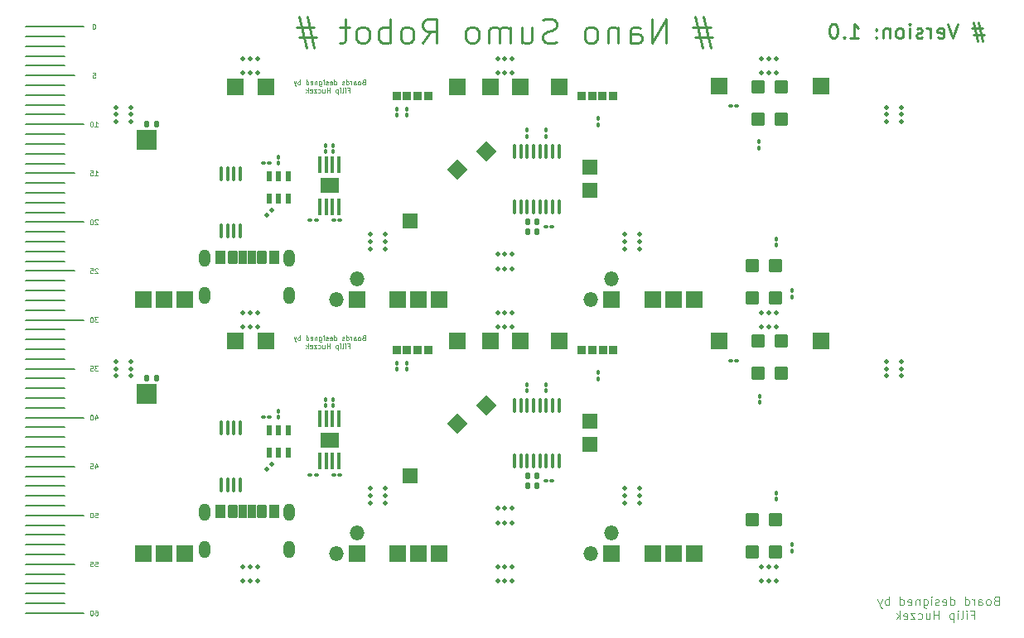
<source format=gbr>
%TF.GenerationSoftware,KiCad,Pcbnew,8.0.5*%
%TF.CreationDate,2024-11-09T23:01:36+01:00*%
%TF.ProjectId,NanoSumo_Mouse_Bites_Gerber_File,4e616e6f-5375-46d6-9f5f-4d6f7573655f,rev?*%
%TF.SameCoordinates,Original*%
%TF.FileFunction,Soldermask,Bot*%
%TF.FilePolarity,Negative*%
%FSLAX46Y46*%
G04 Gerber Fmt 4.6, Leading zero omitted, Abs format (unit mm)*
G04 Created by KiCad (PCBNEW 8.0.5) date 2024-11-09 23:01:36*
%MOMM*%
%LPD*%
G01*
G04 APERTURE LIST*
G04 Aperture macros list*
%AMRoundRect*
0 Rectangle with rounded corners*
0 $1 Rounding radius*
0 $2 $3 $4 $5 $6 $7 $8 $9 X,Y pos of 4 corners*
0 Add a 4 corners polygon primitive as box body*
4,1,4,$2,$3,$4,$5,$6,$7,$8,$9,$2,$3,0*
0 Add four circle primitives for the rounded corners*
1,1,$1+$1,$2,$3*
1,1,$1+$1,$4,$5*
1,1,$1+$1,$6,$7*
1,1,$1+$1,$8,$9*
0 Add four rect primitives between the rounded corners*
20,1,$1+$1,$2,$3,$4,$5,0*
20,1,$1+$1,$4,$5,$6,$7,0*
20,1,$1+$1,$6,$7,$8,$9,0*
20,1,$1+$1,$8,$9,$2,$3,0*%
%AMRotRect*
0 Rectangle, with rotation*
0 The origin of the aperture is its center*
0 $1 length*
0 $2 width*
0 $3 Rotation angle, in degrees counterclockwise*
0 Add horizontal line*
21,1,$1,$2,0,0,$3*%
%AMFreePoly0*
4,1,5,0.182000,-0.831000,-0.182000,-0.831000,-0.182000,0.831000,0.182000,0.831000,0.182000,-0.831000,0.182000,-0.831000,$1*%
%AMFreePoly1*
4,1,5,0.900000,-0.750000,-0.900000,-0.750000,-0.900000,0.750000,0.900000,0.750000,0.900000,-0.750000,0.900000,-0.750000,$1*%
G04 Aperture macros list end*
%ADD10C,0.120000*%
%ADD11C,0.200000*%
%ADD12C,0.220000*%
%ADD13C,0.500000*%
%ADD14O,1.500000X1.500000*%
%ADD15R,1.700000X1.700000*%
%ADD16RoundRect,0.102000X0.362500X-0.350000X0.362500X0.350000X-0.362500X0.350000X-0.362500X-0.350000X0*%
%ADD17RoundRect,0.102000X0.550000X-0.600000X0.550000X0.600000X-0.550000X0.600000X-0.550000X-0.600000X0*%
%ADD18RoundRect,0.102000X-0.550000X0.600000X-0.550000X-0.600000X0.550000X-0.600000X0.550000X0.600000X0*%
%ADD19RoundRect,0.100000X-0.100000X0.130000X-0.100000X-0.130000X0.100000X-0.130000X0.100000X0.130000X0*%
%ADD20RoundRect,0.102000X0.350000X0.600000X-0.350000X0.600000X-0.350000X-0.600000X0.350000X-0.600000X0*%
%ADD21RoundRect,0.102000X0.380000X0.600000X-0.380000X0.600000X-0.380000X-0.600000X0.380000X-0.600000X0*%
%ADD22RoundRect,0.102000X0.400000X0.600000X-0.400000X0.600000X-0.400000X-0.600000X0.400000X-0.600000X0*%
%ADD23O,1.200000X1.800000*%
%ADD24RoundRect,0.100000X0.100000X-0.130000X0.100000X0.130000X-0.100000X0.130000X-0.100000X-0.130000X0*%
%ADD25RoundRect,0.100000X0.130000X0.100000X-0.130000X0.100000X-0.130000X-0.100000X0.130000X-0.100000X0*%
%ADD26RoundRect,0.088250X-0.088250X-0.638750X0.088250X-0.638750X0.088250X0.638750X-0.088250X0.638750X0*%
%ADD27R,1.500000X1.500000*%
%ADD28RoundRect,0.100000X-0.021213X-0.162635X0.162635X0.021213X0.021213X0.162635X-0.162635X-0.021213X0*%
%ADD29RoundRect,0.140000X-0.140000X-0.170000X0.140000X-0.170000X0.140000X0.170000X-0.140000X0.170000X0*%
%ADD30RoundRect,0.100000X-0.100000X0.637500X-0.100000X-0.637500X0.100000X-0.637500X0.100000X0.637500X0*%
%ADD31RotRect,1.500000X1.500000X225.000000*%
%ADD32RoundRect,0.140000X0.140000X0.170000X-0.140000X0.170000X-0.140000X-0.170000X0.140000X-0.170000X0*%
%ADD33RoundRect,0.100000X-0.130000X-0.100000X0.130000X-0.100000X0.130000X0.100000X-0.130000X0.100000X0*%
%ADD34FreePoly0,180.000000*%
%ADD35FreePoly1,180.000000*%
%ADD36R,2.000000X2.000000*%
%ADD37R,0.530860X1.071880*%
G04 APERTURE END LIST*
D10*
X131658855Y-93286678D02*
X131587427Y-93310488D01*
X131587427Y-93310488D02*
X131563617Y-93334297D01*
X131563617Y-93334297D02*
X131539808Y-93381916D01*
X131539808Y-93381916D02*
X131539808Y-93453345D01*
X131539808Y-93453345D02*
X131563617Y-93500964D01*
X131563617Y-93500964D02*
X131587427Y-93524774D01*
X131587427Y-93524774D02*
X131635046Y-93548583D01*
X131635046Y-93548583D02*
X131825522Y-93548583D01*
X131825522Y-93548583D02*
X131825522Y-93048583D01*
X131825522Y-93048583D02*
X131658855Y-93048583D01*
X131658855Y-93048583D02*
X131611236Y-93072393D01*
X131611236Y-93072393D02*
X131587427Y-93096202D01*
X131587427Y-93096202D02*
X131563617Y-93143821D01*
X131563617Y-93143821D02*
X131563617Y-93191440D01*
X131563617Y-93191440D02*
X131587427Y-93239059D01*
X131587427Y-93239059D02*
X131611236Y-93262869D01*
X131611236Y-93262869D02*
X131658855Y-93286678D01*
X131658855Y-93286678D02*
X131825522Y-93286678D01*
X131254093Y-93548583D02*
X131301712Y-93524774D01*
X131301712Y-93524774D02*
X131325522Y-93500964D01*
X131325522Y-93500964D02*
X131349331Y-93453345D01*
X131349331Y-93453345D02*
X131349331Y-93310488D01*
X131349331Y-93310488D02*
X131325522Y-93262869D01*
X131325522Y-93262869D02*
X131301712Y-93239059D01*
X131301712Y-93239059D02*
X131254093Y-93215250D01*
X131254093Y-93215250D02*
X131182665Y-93215250D01*
X131182665Y-93215250D02*
X131135046Y-93239059D01*
X131135046Y-93239059D02*
X131111236Y-93262869D01*
X131111236Y-93262869D02*
X131087427Y-93310488D01*
X131087427Y-93310488D02*
X131087427Y-93453345D01*
X131087427Y-93453345D02*
X131111236Y-93500964D01*
X131111236Y-93500964D02*
X131135046Y-93524774D01*
X131135046Y-93524774D02*
X131182665Y-93548583D01*
X131182665Y-93548583D02*
X131254093Y-93548583D01*
X130658855Y-93548583D02*
X130658855Y-93286678D01*
X130658855Y-93286678D02*
X130682665Y-93239059D01*
X130682665Y-93239059D02*
X130730284Y-93215250D01*
X130730284Y-93215250D02*
X130825522Y-93215250D01*
X130825522Y-93215250D02*
X130873141Y-93239059D01*
X130658855Y-93524774D02*
X130706474Y-93548583D01*
X130706474Y-93548583D02*
X130825522Y-93548583D01*
X130825522Y-93548583D02*
X130873141Y-93524774D01*
X130873141Y-93524774D02*
X130896950Y-93477154D01*
X130896950Y-93477154D02*
X130896950Y-93429535D01*
X130896950Y-93429535D02*
X130873141Y-93381916D01*
X130873141Y-93381916D02*
X130825522Y-93358107D01*
X130825522Y-93358107D02*
X130706474Y-93358107D01*
X130706474Y-93358107D02*
X130658855Y-93334297D01*
X130420760Y-93548583D02*
X130420760Y-93215250D01*
X130420760Y-93310488D02*
X130396950Y-93262869D01*
X130396950Y-93262869D02*
X130373141Y-93239059D01*
X130373141Y-93239059D02*
X130325522Y-93215250D01*
X130325522Y-93215250D02*
X130277903Y-93215250D01*
X129896950Y-93548583D02*
X129896950Y-93048583D01*
X129896950Y-93524774D02*
X129944569Y-93548583D01*
X129944569Y-93548583D02*
X130039807Y-93548583D01*
X130039807Y-93548583D02*
X130087426Y-93524774D01*
X130087426Y-93524774D02*
X130111236Y-93500964D01*
X130111236Y-93500964D02*
X130135045Y-93453345D01*
X130135045Y-93453345D02*
X130135045Y-93310488D01*
X130135045Y-93310488D02*
X130111236Y-93262869D01*
X130111236Y-93262869D02*
X130087426Y-93239059D01*
X130087426Y-93239059D02*
X130039807Y-93215250D01*
X130039807Y-93215250D02*
X129944569Y-93215250D01*
X129944569Y-93215250D02*
X129896950Y-93239059D01*
X129682664Y-93524774D02*
X129635045Y-93548583D01*
X129635045Y-93548583D02*
X129539807Y-93548583D01*
X129539807Y-93548583D02*
X129492188Y-93524774D01*
X129492188Y-93524774D02*
X129468379Y-93477154D01*
X129468379Y-93477154D02*
X129468379Y-93453345D01*
X129468379Y-93453345D02*
X129492188Y-93405726D01*
X129492188Y-93405726D02*
X129539807Y-93381916D01*
X129539807Y-93381916D02*
X129611236Y-93381916D01*
X129611236Y-93381916D02*
X129658855Y-93358107D01*
X129658855Y-93358107D02*
X129682664Y-93310488D01*
X129682664Y-93310488D02*
X129682664Y-93286678D01*
X129682664Y-93286678D02*
X129658855Y-93239059D01*
X129658855Y-93239059D02*
X129611236Y-93215250D01*
X129611236Y-93215250D02*
X129539807Y-93215250D01*
X129539807Y-93215250D02*
X129492188Y-93239059D01*
X128658855Y-93548583D02*
X128658855Y-93048583D01*
X128658855Y-93524774D02*
X128706474Y-93548583D01*
X128706474Y-93548583D02*
X128801712Y-93548583D01*
X128801712Y-93548583D02*
X128849331Y-93524774D01*
X128849331Y-93524774D02*
X128873141Y-93500964D01*
X128873141Y-93500964D02*
X128896950Y-93453345D01*
X128896950Y-93453345D02*
X128896950Y-93310488D01*
X128896950Y-93310488D02*
X128873141Y-93262869D01*
X128873141Y-93262869D02*
X128849331Y-93239059D01*
X128849331Y-93239059D02*
X128801712Y-93215250D01*
X128801712Y-93215250D02*
X128706474Y-93215250D01*
X128706474Y-93215250D02*
X128658855Y-93239059D01*
X128230284Y-93524774D02*
X128277903Y-93548583D01*
X128277903Y-93548583D02*
X128373141Y-93548583D01*
X128373141Y-93548583D02*
X128420760Y-93524774D01*
X128420760Y-93524774D02*
X128444569Y-93477154D01*
X128444569Y-93477154D02*
X128444569Y-93286678D01*
X128444569Y-93286678D02*
X128420760Y-93239059D01*
X128420760Y-93239059D02*
X128373141Y-93215250D01*
X128373141Y-93215250D02*
X128277903Y-93215250D01*
X128277903Y-93215250D02*
X128230284Y-93239059D01*
X128230284Y-93239059D02*
X128206474Y-93286678D01*
X128206474Y-93286678D02*
X128206474Y-93334297D01*
X128206474Y-93334297D02*
X128444569Y-93381916D01*
X128015998Y-93524774D02*
X127968379Y-93548583D01*
X127968379Y-93548583D02*
X127873141Y-93548583D01*
X127873141Y-93548583D02*
X127825522Y-93524774D01*
X127825522Y-93524774D02*
X127801713Y-93477154D01*
X127801713Y-93477154D02*
X127801713Y-93453345D01*
X127801713Y-93453345D02*
X127825522Y-93405726D01*
X127825522Y-93405726D02*
X127873141Y-93381916D01*
X127873141Y-93381916D02*
X127944570Y-93381916D01*
X127944570Y-93381916D02*
X127992189Y-93358107D01*
X127992189Y-93358107D02*
X128015998Y-93310488D01*
X128015998Y-93310488D02*
X128015998Y-93286678D01*
X128015998Y-93286678D02*
X127992189Y-93239059D01*
X127992189Y-93239059D02*
X127944570Y-93215250D01*
X127944570Y-93215250D02*
X127873141Y-93215250D01*
X127873141Y-93215250D02*
X127825522Y-93239059D01*
X127587427Y-93548583D02*
X127587427Y-93215250D01*
X127587427Y-93048583D02*
X127611236Y-93072393D01*
X127611236Y-93072393D02*
X127587427Y-93096202D01*
X127587427Y-93096202D02*
X127563617Y-93072393D01*
X127563617Y-93072393D02*
X127587427Y-93048583D01*
X127587427Y-93048583D02*
X127587427Y-93096202D01*
X127135046Y-93215250D02*
X127135046Y-93620012D01*
X127135046Y-93620012D02*
X127158856Y-93667631D01*
X127158856Y-93667631D02*
X127182665Y-93691440D01*
X127182665Y-93691440D02*
X127230284Y-93715250D01*
X127230284Y-93715250D02*
X127301713Y-93715250D01*
X127301713Y-93715250D02*
X127349332Y-93691440D01*
X127135046Y-93524774D02*
X127182665Y-93548583D01*
X127182665Y-93548583D02*
X127277903Y-93548583D01*
X127277903Y-93548583D02*
X127325522Y-93524774D01*
X127325522Y-93524774D02*
X127349332Y-93500964D01*
X127349332Y-93500964D02*
X127373141Y-93453345D01*
X127373141Y-93453345D02*
X127373141Y-93310488D01*
X127373141Y-93310488D02*
X127349332Y-93262869D01*
X127349332Y-93262869D02*
X127325522Y-93239059D01*
X127325522Y-93239059D02*
X127277903Y-93215250D01*
X127277903Y-93215250D02*
X127182665Y-93215250D01*
X127182665Y-93215250D02*
X127135046Y-93239059D01*
X126896951Y-93215250D02*
X126896951Y-93548583D01*
X126896951Y-93262869D02*
X126873141Y-93239059D01*
X126873141Y-93239059D02*
X126825522Y-93215250D01*
X126825522Y-93215250D02*
X126754094Y-93215250D01*
X126754094Y-93215250D02*
X126706475Y-93239059D01*
X126706475Y-93239059D02*
X126682665Y-93286678D01*
X126682665Y-93286678D02*
X126682665Y-93548583D01*
X126254094Y-93524774D02*
X126301713Y-93548583D01*
X126301713Y-93548583D02*
X126396951Y-93548583D01*
X126396951Y-93548583D02*
X126444570Y-93524774D01*
X126444570Y-93524774D02*
X126468379Y-93477154D01*
X126468379Y-93477154D02*
X126468379Y-93286678D01*
X126468379Y-93286678D02*
X126444570Y-93239059D01*
X126444570Y-93239059D02*
X126396951Y-93215250D01*
X126396951Y-93215250D02*
X126301713Y-93215250D01*
X126301713Y-93215250D02*
X126254094Y-93239059D01*
X126254094Y-93239059D02*
X126230284Y-93286678D01*
X126230284Y-93286678D02*
X126230284Y-93334297D01*
X126230284Y-93334297D02*
X126468379Y-93381916D01*
X125801713Y-93548583D02*
X125801713Y-93048583D01*
X125801713Y-93524774D02*
X125849332Y-93548583D01*
X125849332Y-93548583D02*
X125944570Y-93548583D01*
X125944570Y-93548583D02*
X125992189Y-93524774D01*
X125992189Y-93524774D02*
X126015999Y-93500964D01*
X126015999Y-93500964D02*
X126039808Y-93453345D01*
X126039808Y-93453345D02*
X126039808Y-93310488D01*
X126039808Y-93310488D02*
X126015999Y-93262869D01*
X126015999Y-93262869D02*
X125992189Y-93239059D01*
X125992189Y-93239059D02*
X125944570Y-93215250D01*
X125944570Y-93215250D02*
X125849332Y-93215250D01*
X125849332Y-93215250D02*
X125801713Y-93239059D01*
X125182666Y-93548583D02*
X125182666Y-93048583D01*
X125182666Y-93239059D02*
X125135047Y-93215250D01*
X125135047Y-93215250D02*
X125039809Y-93215250D01*
X125039809Y-93215250D02*
X124992190Y-93239059D01*
X124992190Y-93239059D02*
X124968380Y-93262869D01*
X124968380Y-93262869D02*
X124944571Y-93310488D01*
X124944571Y-93310488D02*
X124944571Y-93453345D01*
X124944571Y-93453345D02*
X124968380Y-93500964D01*
X124968380Y-93500964D02*
X124992190Y-93524774D01*
X124992190Y-93524774D02*
X125039809Y-93548583D01*
X125039809Y-93548583D02*
X125135047Y-93548583D01*
X125135047Y-93548583D02*
X125182666Y-93524774D01*
X124777904Y-93215250D02*
X124658856Y-93548583D01*
X124539809Y-93215250D02*
X124658856Y-93548583D01*
X124658856Y-93548583D02*
X124706475Y-93667631D01*
X124706475Y-93667631D02*
X124730285Y-93691440D01*
X124730285Y-93691440D02*
X124777904Y-93715250D01*
X130051713Y-94091650D02*
X130218380Y-94091650D01*
X130218380Y-94353555D02*
X130218380Y-93853555D01*
X130218380Y-93853555D02*
X129980285Y-93853555D01*
X129789809Y-94353555D02*
X129789809Y-94020222D01*
X129789809Y-93853555D02*
X129813618Y-93877365D01*
X129813618Y-93877365D02*
X129789809Y-93901174D01*
X129789809Y-93901174D02*
X129765999Y-93877365D01*
X129765999Y-93877365D02*
X129789809Y-93853555D01*
X129789809Y-93853555D02*
X129789809Y-93901174D01*
X129480285Y-94353555D02*
X129527904Y-94329746D01*
X129527904Y-94329746D02*
X129551714Y-94282126D01*
X129551714Y-94282126D02*
X129551714Y-93853555D01*
X129289809Y-94353555D02*
X129289809Y-94020222D01*
X129289809Y-93853555D02*
X129313618Y-93877365D01*
X129313618Y-93877365D02*
X129289809Y-93901174D01*
X129289809Y-93901174D02*
X129265999Y-93877365D01*
X129265999Y-93877365D02*
X129289809Y-93853555D01*
X129289809Y-93853555D02*
X129289809Y-93901174D01*
X129051714Y-94020222D02*
X129051714Y-94520222D01*
X129051714Y-94044031D02*
X129004095Y-94020222D01*
X129004095Y-94020222D02*
X128908857Y-94020222D01*
X128908857Y-94020222D02*
X128861238Y-94044031D01*
X128861238Y-94044031D02*
X128837428Y-94067841D01*
X128837428Y-94067841D02*
X128813619Y-94115460D01*
X128813619Y-94115460D02*
X128813619Y-94258317D01*
X128813619Y-94258317D02*
X128837428Y-94305936D01*
X128837428Y-94305936D02*
X128861238Y-94329746D01*
X128861238Y-94329746D02*
X128908857Y-94353555D01*
X128908857Y-94353555D02*
X129004095Y-94353555D01*
X129004095Y-94353555D02*
X129051714Y-94329746D01*
X128218381Y-94353555D02*
X128218381Y-93853555D01*
X128218381Y-94091650D02*
X127932667Y-94091650D01*
X127932667Y-94353555D02*
X127932667Y-93853555D01*
X127480285Y-94020222D02*
X127480285Y-94353555D01*
X127694571Y-94020222D02*
X127694571Y-94282126D01*
X127694571Y-94282126D02*
X127670761Y-94329746D01*
X127670761Y-94329746D02*
X127623142Y-94353555D01*
X127623142Y-94353555D02*
X127551714Y-94353555D01*
X127551714Y-94353555D02*
X127504095Y-94329746D01*
X127504095Y-94329746D02*
X127480285Y-94305936D01*
X127027904Y-94329746D02*
X127075523Y-94353555D01*
X127075523Y-94353555D02*
X127170761Y-94353555D01*
X127170761Y-94353555D02*
X127218380Y-94329746D01*
X127218380Y-94329746D02*
X127242190Y-94305936D01*
X127242190Y-94305936D02*
X127265999Y-94258317D01*
X127265999Y-94258317D02*
X127265999Y-94115460D01*
X127265999Y-94115460D02*
X127242190Y-94067841D01*
X127242190Y-94067841D02*
X127218380Y-94044031D01*
X127218380Y-94044031D02*
X127170761Y-94020222D01*
X127170761Y-94020222D02*
X127075523Y-94020222D01*
X127075523Y-94020222D02*
X127027904Y-94044031D01*
X126861238Y-94020222D02*
X126599333Y-94020222D01*
X126599333Y-94020222D02*
X126861238Y-94353555D01*
X126861238Y-94353555D02*
X126599333Y-94353555D01*
X126218381Y-94329746D02*
X126266000Y-94353555D01*
X126266000Y-94353555D02*
X126361238Y-94353555D01*
X126361238Y-94353555D02*
X126408857Y-94329746D01*
X126408857Y-94329746D02*
X126432666Y-94282126D01*
X126432666Y-94282126D02*
X126432666Y-94091650D01*
X126432666Y-94091650D02*
X126408857Y-94044031D01*
X126408857Y-94044031D02*
X126361238Y-94020222D01*
X126361238Y-94020222D02*
X126266000Y-94020222D01*
X126266000Y-94020222D02*
X126218381Y-94044031D01*
X126218381Y-94044031D02*
X126194571Y-94091650D01*
X126194571Y-94091650D02*
X126194571Y-94139269D01*
X126194571Y-94139269D02*
X126432666Y-94186888D01*
X125980286Y-94353555D02*
X125980286Y-93853555D01*
X125932667Y-94163079D02*
X125789810Y-94353555D01*
X125789810Y-94020222D02*
X125980286Y-94210698D01*
X131658855Y-67124678D02*
X131587427Y-67148488D01*
X131587427Y-67148488D02*
X131563617Y-67172297D01*
X131563617Y-67172297D02*
X131539808Y-67219916D01*
X131539808Y-67219916D02*
X131539808Y-67291345D01*
X131539808Y-67291345D02*
X131563617Y-67338964D01*
X131563617Y-67338964D02*
X131587427Y-67362774D01*
X131587427Y-67362774D02*
X131635046Y-67386583D01*
X131635046Y-67386583D02*
X131825522Y-67386583D01*
X131825522Y-67386583D02*
X131825522Y-66886583D01*
X131825522Y-66886583D02*
X131658855Y-66886583D01*
X131658855Y-66886583D02*
X131611236Y-66910393D01*
X131611236Y-66910393D02*
X131587427Y-66934202D01*
X131587427Y-66934202D02*
X131563617Y-66981821D01*
X131563617Y-66981821D02*
X131563617Y-67029440D01*
X131563617Y-67029440D02*
X131587427Y-67077059D01*
X131587427Y-67077059D02*
X131611236Y-67100869D01*
X131611236Y-67100869D02*
X131658855Y-67124678D01*
X131658855Y-67124678D02*
X131825522Y-67124678D01*
X131254093Y-67386583D02*
X131301712Y-67362774D01*
X131301712Y-67362774D02*
X131325522Y-67338964D01*
X131325522Y-67338964D02*
X131349331Y-67291345D01*
X131349331Y-67291345D02*
X131349331Y-67148488D01*
X131349331Y-67148488D02*
X131325522Y-67100869D01*
X131325522Y-67100869D02*
X131301712Y-67077059D01*
X131301712Y-67077059D02*
X131254093Y-67053250D01*
X131254093Y-67053250D02*
X131182665Y-67053250D01*
X131182665Y-67053250D02*
X131135046Y-67077059D01*
X131135046Y-67077059D02*
X131111236Y-67100869D01*
X131111236Y-67100869D02*
X131087427Y-67148488D01*
X131087427Y-67148488D02*
X131087427Y-67291345D01*
X131087427Y-67291345D02*
X131111236Y-67338964D01*
X131111236Y-67338964D02*
X131135046Y-67362774D01*
X131135046Y-67362774D02*
X131182665Y-67386583D01*
X131182665Y-67386583D02*
X131254093Y-67386583D01*
X130658855Y-67386583D02*
X130658855Y-67124678D01*
X130658855Y-67124678D02*
X130682665Y-67077059D01*
X130682665Y-67077059D02*
X130730284Y-67053250D01*
X130730284Y-67053250D02*
X130825522Y-67053250D01*
X130825522Y-67053250D02*
X130873141Y-67077059D01*
X130658855Y-67362774D02*
X130706474Y-67386583D01*
X130706474Y-67386583D02*
X130825522Y-67386583D01*
X130825522Y-67386583D02*
X130873141Y-67362774D01*
X130873141Y-67362774D02*
X130896950Y-67315154D01*
X130896950Y-67315154D02*
X130896950Y-67267535D01*
X130896950Y-67267535D02*
X130873141Y-67219916D01*
X130873141Y-67219916D02*
X130825522Y-67196107D01*
X130825522Y-67196107D02*
X130706474Y-67196107D01*
X130706474Y-67196107D02*
X130658855Y-67172297D01*
X130420760Y-67386583D02*
X130420760Y-67053250D01*
X130420760Y-67148488D02*
X130396950Y-67100869D01*
X130396950Y-67100869D02*
X130373141Y-67077059D01*
X130373141Y-67077059D02*
X130325522Y-67053250D01*
X130325522Y-67053250D02*
X130277903Y-67053250D01*
X129896950Y-67386583D02*
X129896950Y-66886583D01*
X129896950Y-67362774D02*
X129944569Y-67386583D01*
X129944569Y-67386583D02*
X130039807Y-67386583D01*
X130039807Y-67386583D02*
X130087426Y-67362774D01*
X130087426Y-67362774D02*
X130111236Y-67338964D01*
X130111236Y-67338964D02*
X130135045Y-67291345D01*
X130135045Y-67291345D02*
X130135045Y-67148488D01*
X130135045Y-67148488D02*
X130111236Y-67100869D01*
X130111236Y-67100869D02*
X130087426Y-67077059D01*
X130087426Y-67077059D02*
X130039807Y-67053250D01*
X130039807Y-67053250D02*
X129944569Y-67053250D01*
X129944569Y-67053250D02*
X129896950Y-67077059D01*
X129682664Y-67362774D02*
X129635045Y-67386583D01*
X129635045Y-67386583D02*
X129539807Y-67386583D01*
X129539807Y-67386583D02*
X129492188Y-67362774D01*
X129492188Y-67362774D02*
X129468379Y-67315154D01*
X129468379Y-67315154D02*
X129468379Y-67291345D01*
X129468379Y-67291345D02*
X129492188Y-67243726D01*
X129492188Y-67243726D02*
X129539807Y-67219916D01*
X129539807Y-67219916D02*
X129611236Y-67219916D01*
X129611236Y-67219916D02*
X129658855Y-67196107D01*
X129658855Y-67196107D02*
X129682664Y-67148488D01*
X129682664Y-67148488D02*
X129682664Y-67124678D01*
X129682664Y-67124678D02*
X129658855Y-67077059D01*
X129658855Y-67077059D02*
X129611236Y-67053250D01*
X129611236Y-67053250D02*
X129539807Y-67053250D01*
X129539807Y-67053250D02*
X129492188Y-67077059D01*
X128658855Y-67386583D02*
X128658855Y-66886583D01*
X128658855Y-67362774D02*
X128706474Y-67386583D01*
X128706474Y-67386583D02*
X128801712Y-67386583D01*
X128801712Y-67386583D02*
X128849331Y-67362774D01*
X128849331Y-67362774D02*
X128873141Y-67338964D01*
X128873141Y-67338964D02*
X128896950Y-67291345D01*
X128896950Y-67291345D02*
X128896950Y-67148488D01*
X128896950Y-67148488D02*
X128873141Y-67100869D01*
X128873141Y-67100869D02*
X128849331Y-67077059D01*
X128849331Y-67077059D02*
X128801712Y-67053250D01*
X128801712Y-67053250D02*
X128706474Y-67053250D01*
X128706474Y-67053250D02*
X128658855Y-67077059D01*
X128230284Y-67362774D02*
X128277903Y-67386583D01*
X128277903Y-67386583D02*
X128373141Y-67386583D01*
X128373141Y-67386583D02*
X128420760Y-67362774D01*
X128420760Y-67362774D02*
X128444569Y-67315154D01*
X128444569Y-67315154D02*
X128444569Y-67124678D01*
X128444569Y-67124678D02*
X128420760Y-67077059D01*
X128420760Y-67077059D02*
X128373141Y-67053250D01*
X128373141Y-67053250D02*
X128277903Y-67053250D01*
X128277903Y-67053250D02*
X128230284Y-67077059D01*
X128230284Y-67077059D02*
X128206474Y-67124678D01*
X128206474Y-67124678D02*
X128206474Y-67172297D01*
X128206474Y-67172297D02*
X128444569Y-67219916D01*
X128015998Y-67362774D02*
X127968379Y-67386583D01*
X127968379Y-67386583D02*
X127873141Y-67386583D01*
X127873141Y-67386583D02*
X127825522Y-67362774D01*
X127825522Y-67362774D02*
X127801713Y-67315154D01*
X127801713Y-67315154D02*
X127801713Y-67291345D01*
X127801713Y-67291345D02*
X127825522Y-67243726D01*
X127825522Y-67243726D02*
X127873141Y-67219916D01*
X127873141Y-67219916D02*
X127944570Y-67219916D01*
X127944570Y-67219916D02*
X127992189Y-67196107D01*
X127992189Y-67196107D02*
X128015998Y-67148488D01*
X128015998Y-67148488D02*
X128015998Y-67124678D01*
X128015998Y-67124678D02*
X127992189Y-67077059D01*
X127992189Y-67077059D02*
X127944570Y-67053250D01*
X127944570Y-67053250D02*
X127873141Y-67053250D01*
X127873141Y-67053250D02*
X127825522Y-67077059D01*
X127587427Y-67386583D02*
X127587427Y-67053250D01*
X127587427Y-66886583D02*
X127611236Y-66910393D01*
X127611236Y-66910393D02*
X127587427Y-66934202D01*
X127587427Y-66934202D02*
X127563617Y-66910393D01*
X127563617Y-66910393D02*
X127587427Y-66886583D01*
X127587427Y-66886583D02*
X127587427Y-66934202D01*
X127135046Y-67053250D02*
X127135046Y-67458012D01*
X127135046Y-67458012D02*
X127158856Y-67505631D01*
X127158856Y-67505631D02*
X127182665Y-67529440D01*
X127182665Y-67529440D02*
X127230284Y-67553250D01*
X127230284Y-67553250D02*
X127301713Y-67553250D01*
X127301713Y-67553250D02*
X127349332Y-67529440D01*
X127135046Y-67362774D02*
X127182665Y-67386583D01*
X127182665Y-67386583D02*
X127277903Y-67386583D01*
X127277903Y-67386583D02*
X127325522Y-67362774D01*
X127325522Y-67362774D02*
X127349332Y-67338964D01*
X127349332Y-67338964D02*
X127373141Y-67291345D01*
X127373141Y-67291345D02*
X127373141Y-67148488D01*
X127373141Y-67148488D02*
X127349332Y-67100869D01*
X127349332Y-67100869D02*
X127325522Y-67077059D01*
X127325522Y-67077059D02*
X127277903Y-67053250D01*
X127277903Y-67053250D02*
X127182665Y-67053250D01*
X127182665Y-67053250D02*
X127135046Y-67077059D01*
X126896951Y-67053250D02*
X126896951Y-67386583D01*
X126896951Y-67100869D02*
X126873141Y-67077059D01*
X126873141Y-67077059D02*
X126825522Y-67053250D01*
X126825522Y-67053250D02*
X126754094Y-67053250D01*
X126754094Y-67053250D02*
X126706475Y-67077059D01*
X126706475Y-67077059D02*
X126682665Y-67124678D01*
X126682665Y-67124678D02*
X126682665Y-67386583D01*
X126254094Y-67362774D02*
X126301713Y-67386583D01*
X126301713Y-67386583D02*
X126396951Y-67386583D01*
X126396951Y-67386583D02*
X126444570Y-67362774D01*
X126444570Y-67362774D02*
X126468379Y-67315154D01*
X126468379Y-67315154D02*
X126468379Y-67124678D01*
X126468379Y-67124678D02*
X126444570Y-67077059D01*
X126444570Y-67077059D02*
X126396951Y-67053250D01*
X126396951Y-67053250D02*
X126301713Y-67053250D01*
X126301713Y-67053250D02*
X126254094Y-67077059D01*
X126254094Y-67077059D02*
X126230284Y-67124678D01*
X126230284Y-67124678D02*
X126230284Y-67172297D01*
X126230284Y-67172297D02*
X126468379Y-67219916D01*
X125801713Y-67386583D02*
X125801713Y-66886583D01*
X125801713Y-67362774D02*
X125849332Y-67386583D01*
X125849332Y-67386583D02*
X125944570Y-67386583D01*
X125944570Y-67386583D02*
X125992189Y-67362774D01*
X125992189Y-67362774D02*
X126015999Y-67338964D01*
X126015999Y-67338964D02*
X126039808Y-67291345D01*
X126039808Y-67291345D02*
X126039808Y-67148488D01*
X126039808Y-67148488D02*
X126015999Y-67100869D01*
X126015999Y-67100869D02*
X125992189Y-67077059D01*
X125992189Y-67077059D02*
X125944570Y-67053250D01*
X125944570Y-67053250D02*
X125849332Y-67053250D01*
X125849332Y-67053250D02*
X125801713Y-67077059D01*
X125182666Y-67386583D02*
X125182666Y-66886583D01*
X125182666Y-67077059D02*
X125135047Y-67053250D01*
X125135047Y-67053250D02*
X125039809Y-67053250D01*
X125039809Y-67053250D02*
X124992190Y-67077059D01*
X124992190Y-67077059D02*
X124968380Y-67100869D01*
X124968380Y-67100869D02*
X124944571Y-67148488D01*
X124944571Y-67148488D02*
X124944571Y-67291345D01*
X124944571Y-67291345D02*
X124968380Y-67338964D01*
X124968380Y-67338964D02*
X124992190Y-67362774D01*
X124992190Y-67362774D02*
X125039809Y-67386583D01*
X125039809Y-67386583D02*
X125135047Y-67386583D01*
X125135047Y-67386583D02*
X125182666Y-67362774D01*
X124777904Y-67053250D02*
X124658856Y-67386583D01*
X124539809Y-67053250D02*
X124658856Y-67386583D01*
X124658856Y-67386583D02*
X124706475Y-67505631D01*
X124706475Y-67505631D02*
X124730285Y-67529440D01*
X124730285Y-67529440D02*
X124777904Y-67553250D01*
X130051713Y-67929650D02*
X130218380Y-67929650D01*
X130218380Y-68191555D02*
X130218380Y-67691555D01*
X130218380Y-67691555D02*
X129980285Y-67691555D01*
X129789809Y-68191555D02*
X129789809Y-67858222D01*
X129789809Y-67691555D02*
X129813618Y-67715365D01*
X129813618Y-67715365D02*
X129789809Y-67739174D01*
X129789809Y-67739174D02*
X129765999Y-67715365D01*
X129765999Y-67715365D02*
X129789809Y-67691555D01*
X129789809Y-67691555D02*
X129789809Y-67739174D01*
X129480285Y-68191555D02*
X129527904Y-68167746D01*
X129527904Y-68167746D02*
X129551714Y-68120126D01*
X129551714Y-68120126D02*
X129551714Y-67691555D01*
X129289809Y-68191555D02*
X129289809Y-67858222D01*
X129289809Y-67691555D02*
X129313618Y-67715365D01*
X129313618Y-67715365D02*
X129289809Y-67739174D01*
X129289809Y-67739174D02*
X129265999Y-67715365D01*
X129265999Y-67715365D02*
X129289809Y-67691555D01*
X129289809Y-67691555D02*
X129289809Y-67739174D01*
X129051714Y-67858222D02*
X129051714Y-68358222D01*
X129051714Y-67882031D02*
X129004095Y-67858222D01*
X129004095Y-67858222D02*
X128908857Y-67858222D01*
X128908857Y-67858222D02*
X128861238Y-67882031D01*
X128861238Y-67882031D02*
X128837428Y-67905841D01*
X128837428Y-67905841D02*
X128813619Y-67953460D01*
X128813619Y-67953460D02*
X128813619Y-68096317D01*
X128813619Y-68096317D02*
X128837428Y-68143936D01*
X128837428Y-68143936D02*
X128861238Y-68167746D01*
X128861238Y-68167746D02*
X128908857Y-68191555D01*
X128908857Y-68191555D02*
X129004095Y-68191555D01*
X129004095Y-68191555D02*
X129051714Y-68167746D01*
X128218381Y-68191555D02*
X128218381Y-67691555D01*
X128218381Y-67929650D02*
X127932667Y-67929650D01*
X127932667Y-68191555D02*
X127932667Y-67691555D01*
X127480285Y-67858222D02*
X127480285Y-68191555D01*
X127694571Y-67858222D02*
X127694571Y-68120126D01*
X127694571Y-68120126D02*
X127670761Y-68167746D01*
X127670761Y-68167746D02*
X127623142Y-68191555D01*
X127623142Y-68191555D02*
X127551714Y-68191555D01*
X127551714Y-68191555D02*
X127504095Y-68167746D01*
X127504095Y-68167746D02*
X127480285Y-68143936D01*
X127027904Y-68167746D02*
X127075523Y-68191555D01*
X127075523Y-68191555D02*
X127170761Y-68191555D01*
X127170761Y-68191555D02*
X127218380Y-68167746D01*
X127218380Y-68167746D02*
X127242190Y-68143936D01*
X127242190Y-68143936D02*
X127265999Y-68096317D01*
X127265999Y-68096317D02*
X127265999Y-67953460D01*
X127265999Y-67953460D02*
X127242190Y-67905841D01*
X127242190Y-67905841D02*
X127218380Y-67882031D01*
X127218380Y-67882031D02*
X127170761Y-67858222D01*
X127170761Y-67858222D02*
X127075523Y-67858222D01*
X127075523Y-67858222D02*
X127027904Y-67882031D01*
X126861238Y-67858222D02*
X126599333Y-67858222D01*
X126599333Y-67858222D02*
X126861238Y-68191555D01*
X126861238Y-68191555D02*
X126599333Y-68191555D01*
X126218381Y-68167746D02*
X126266000Y-68191555D01*
X126266000Y-68191555D02*
X126361238Y-68191555D01*
X126361238Y-68191555D02*
X126408857Y-68167746D01*
X126408857Y-68167746D02*
X126432666Y-68120126D01*
X126432666Y-68120126D02*
X126432666Y-67929650D01*
X126432666Y-67929650D02*
X126408857Y-67882031D01*
X126408857Y-67882031D02*
X126361238Y-67858222D01*
X126361238Y-67858222D02*
X126266000Y-67858222D01*
X126266000Y-67858222D02*
X126218381Y-67882031D01*
X126218381Y-67882031D02*
X126194571Y-67929650D01*
X126194571Y-67929650D02*
X126194571Y-67977269D01*
X126194571Y-67977269D02*
X126432666Y-68024888D01*
X125980286Y-68191555D02*
X125980286Y-67691555D01*
X125932667Y-68001079D02*
X125789810Y-68191555D01*
X125789810Y-67858222D02*
X125980286Y-68048698D01*
D11*
X97104000Y-86444000D02*
X102104000Y-86444000D01*
X97104000Y-99444000D02*
X101104000Y-99444000D01*
X97104000Y-73444000D02*
X101104000Y-73444000D01*
X97104000Y-96444000D02*
X102104000Y-96444000D01*
X97104000Y-78444000D02*
X101104000Y-78444000D01*
X97104000Y-70444000D02*
X101104000Y-70444000D01*
X97104000Y-62444000D02*
X101104000Y-62444000D01*
X97104000Y-64444000D02*
X101104000Y-64444000D01*
X97104000Y-95444000D02*
X101104000Y-95444000D01*
X97104000Y-117444000D02*
X101104000Y-117444000D01*
X97104000Y-80444000D02*
X101104000Y-80444000D01*
X97104000Y-114444000D02*
X101104000Y-114444000D01*
X97104000Y-81444000D02*
X103104000Y-81444000D01*
X97104000Y-67444000D02*
X101104000Y-67444000D01*
X97104000Y-91444000D02*
X103104000Y-91444000D01*
X97104000Y-66444000D02*
X102104000Y-66444000D01*
X97104000Y-85444000D02*
X101104000Y-85444000D01*
X97104000Y-101444000D02*
X103104000Y-101444000D01*
X97104000Y-102444000D02*
X101104000Y-102444000D01*
X97104000Y-71444000D02*
X103104000Y-71444000D01*
X97104000Y-109444000D02*
X101104000Y-109444000D01*
X97104000Y-69444000D02*
X101104000Y-69444000D01*
X97104000Y-104444000D02*
X101104000Y-104444000D01*
X97104000Y-83444000D02*
X101104000Y-83444000D01*
X97104000Y-115444000D02*
X101104000Y-115444000D01*
X97104000Y-75444000D02*
X101104000Y-75444000D01*
X97104000Y-72444000D02*
X101104000Y-72444000D01*
X97104000Y-110444000D02*
X101104000Y-110444000D01*
X97104000Y-63444000D02*
X101104000Y-63444000D01*
X97104000Y-121444000D02*
X103104000Y-121444000D01*
X97104000Y-90444000D02*
X101104000Y-90444000D01*
X97104000Y-107444000D02*
X101104000Y-107444000D01*
X97104000Y-119444000D02*
X101104000Y-119444000D01*
X97104000Y-105444000D02*
X101104000Y-105444000D01*
X97104000Y-89444000D02*
X101104000Y-89444000D01*
X97104000Y-112444000D02*
X101104000Y-112444000D01*
X97104000Y-87444000D02*
X101104000Y-87444000D01*
X97104000Y-97444000D02*
X101104000Y-97444000D01*
X97104000Y-98444000D02*
X101104000Y-98444000D01*
X97104000Y-82444000D02*
X101104000Y-82444000D01*
X97104000Y-111444000D02*
X103104000Y-111444000D01*
X97104000Y-116444000D02*
X102104000Y-116444000D01*
X97104000Y-88444000D02*
X101104000Y-88444000D01*
X97104000Y-74444000D02*
X101104000Y-74444000D01*
X97104000Y-106444000D02*
X102104000Y-106444000D01*
X97104000Y-65444000D02*
X101104000Y-65444000D01*
X97104000Y-84444000D02*
X101104000Y-84444000D01*
X97104000Y-76444000D02*
X102104000Y-76444000D01*
X97104000Y-100444000D02*
X101104000Y-100444000D01*
X97104000Y-120444000D02*
X101104000Y-120444000D01*
X97104000Y-77444000D02*
X101104000Y-77444000D01*
X97104000Y-61444000D02*
X103104000Y-61444000D01*
X97104000Y-68444000D02*
X101104000Y-68444000D01*
X97104000Y-108444000D02*
X101104000Y-108444000D01*
X97104000Y-79444000D02*
X101104000Y-79444000D01*
X97104000Y-94444000D02*
X101104000Y-94444000D01*
X97104000Y-92444000D02*
X101104000Y-92444000D01*
X97104000Y-93444000D02*
X101104000Y-93444000D01*
X97104000Y-113444000D02*
X101104000Y-113444000D01*
X97104000Y-118444000D02*
X101104000Y-118444000D01*
X97104000Y-103444000D02*
X101104000Y-103444000D01*
D10*
X104199237Y-71669069D02*
X104484951Y-71669069D01*
X104342094Y-71669069D02*
X104342094Y-71169069D01*
X104342094Y-71169069D02*
X104389713Y-71240498D01*
X104389713Y-71240498D02*
X104437332Y-71288117D01*
X104437332Y-71288117D02*
X104484951Y-71311926D01*
X103889714Y-71169069D02*
X103842095Y-71169069D01*
X103842095Y-71169069D02*
X103794476Y-71192879D01*
X103794476Y-71192879D02*
X103770666Y-71216688D01*
X103770666Y-71216688D02*
X103746857Y-71264307D01*
X103746857Y-71264307D02*
X103723047Y-71359545D01*
X103723047Y-71359545D02*
X103723047Y-71478593D01*
X103723047Y-71478593D02*
X103746857Y-71573831D01*
X103746857Y-71573831D02*
X103770666Y-71621450D01*
X103770666Y-71621450D02*
X103794476Y-71645260D01*
X103794476Y-71645260D02*
X103842095Y-71669069D01*
X103842095Y-71669069D02*
X103889714Y-71669069D01*
X103889714Y-71669069D02*
X103937333Y-71645260D01*
X103937333Y-71645260D02*
X103961142Y-71621450D01*
X103961142Y-71621450D02*
X103984952Y-71573831D01*
X103984952Y-71573831D02*
X104008761Y-71478593D01*
X104008761Y-71478593D02*
X104008761Y-71359545D01*
X104008761Y-71359545D02*
X103984952Y-71264307D01*
X103984952Y-71264307D02*
X103961142Y-71216688D01*
X103961142Y-71216688D02*
X103937333Y-71192879D01*
X103937333Y-71192879D02*
X103889714Y-71169069D01*
D12*
X167115905Y-61474010D02*
X165330191Y-61474010D01*
X166401619Y-60402582D02*
X167115905Y-63616868D01*
X165568286Y-62545439D02*
X167354000Y-62545439D01*
X166282572Y-63616868D02*
X165568286Y-60402582D01*
X162592095Y-63140677D02*
X162592095Y-60640677D01*
X162592095Y-60640677D02*
X161163524Y-63140677D01*
X161163524Y-63140677D02*
X161163524Y-60640677D01*
X158901619Y-63140677D02*
X158901619Y-61831153D01*
X158901619Y-61831153D02*
X159020666Y-61593058D01*
X159020666Y-61593058D02*
X159258762Y-61474010D01*
X159258762Y-61474010D02*
X159734952Y-61474010D01*
X159734952Y-61474010D02*
X159973047Y-61593058D01*
X158901619Y-63021630D02*
X159139714Y-63140677D01*
X159139714Y-63140677D02*
X159734952Y-63140677D01*
X159734952Y-63140677D02*
X159973047Y-63021630D01*
X159973047Y-63021630D02*
X160092095Y-62783534D01*
X160092095Y-62783534D02*
X160092095Y-62545439D01*
X160092095Y-62545439D02*
X159973047Y-62307344D01*
X159973047Y-62307344D02*
X159734952Y-62188296D01*
X159734952Y-62188296D02*
X159139714Y-62188296D01*
X159139714Y-62188296D02*
X158901619Y-62069249D01*
X157711142Y-61474010D02*
X157711142Y-63140677D01*
X157711142Y-61712106D02*
X157592095Y-61593058D01*
X157592095Y-61593058D02*
X157354000Y-61474010D01*
X157354000Y-61474010D02*
X156996857Y-61474010D01*
X156996857Y-61474010D02*
X156758761Y-61593058D01*
X156758761Y-61593058D02*
X156639714Y-61831153D01*
X156639714Y-61831153D02*
X156639714Y-63140677D01*
X155092095Y-63140677D02*
X155330190Y-63021630D01*
X155330190Y-63021630D02*
X155449237Y-62902582D01*
X155449237Y-62902582D02*
X155568285Y-62664487D01*
X155568285Y-62664487D02*
X155568285Y-61950201D01*
X155568285Y-61950201D02*
X155449237Y-61712106D01*
X155449237Y-61712106D02*
X155330190Y-61593058D01*
X155330190Y-61593058D02*
X155092095Y-61474010D01*
X155092095Y-61474010D02*
X154734952Y-61474010D01*
X154734952Y-61474010D02*
X154496856Y-61593058D01*
X154496856Y-61593058D02*
X154377809Y-61712106D01*
X154377809Y-61712106D02*
X154258761Y-61950201D01*
X154258761Y-61950201D02*
X154258761Y-62664487D01*
X154258761Y-62664487D02*
X154377809Y-62902582D01*
X154377809Y-62902582D02*
X154496856Y-63021630D01*
X154496856Y-63021630D02*
X154734952Y-63140677D01*
X154734952Y-63140677D02*
X155092095Y-63140677D01*
X151401618Y-63021630D02*
X151044475Y-63140677D01*
X151044475Y-63140677D02*
X150449237Y-63140677D01*
X150449237Y-63140677D02*
X150211142Y-63021630D01*
X150211142Y-63021630D02*
X150092094Y-62902582D01*
X150092094Y-62902582D02*
X149973047Y-62664487D01*
X149973047Y-62664487D02*
X149973047Y-62426391D01*
X149973047Y-62426391D02*
X150092094Y-62188296D01*
X150092094Y-62188296D02*
X150211142Y-62069249D01*
X150211142Y-62069249D02*
X150449237Y-61950201D01*
X150449237Y-61950201D02*
X150925428Y-61831153D01*
X150925428Y-61831153D02*
X151163523Y-61712106D01*
X151163523Y-61712106D02*
X151282570Y-61593058D01*
X151282570Y-61593058D02*
X151401618Y-61354963D01*
X151401618Y-61354963D02*
X151401618Y-61116868D01*
X151401618Y-61116868D02*
X151282570Y-60878772D01*
X151282570Y-60878772D02*
X151163523Y-60759725D01*
X151163523Y-60759725D02*
X150925428Y-60640677D01*
X150925428Y-60640677D02*
X150330189Y-60640677D01*
X150330189Y-60640677D02*
X149973047Y-60759725D01*
X147830190Y-61474010D02*
X147830190Y-63140677D01*
X148901618Y-61474010D02*
X148901618Y-62783534D01*
X148901618Y-62783534D02*
X148782571Y-63021630D01*
X148782571Y-63021630D02*
X148544476Y-63140677D01*
X148544476Y-63140677D02*
X148187333Y-63140677D01*
X148187333Y-63140677D02*
X147949237Y-63021630D01*
X147949237Y-63021630D02*
X147830190Y-62902582D01*
X146639713Y-63140677D02*
X146639713Y-61474010D01*
X146639713Y-61712106D02*
X146520666Y-61593058D01*
X146520666Y-61593058D02*
X146282571Y-61474010D01*
X146282571Y-61474010D02*
X145925428Y-61474010D01*
X145925428Y-61474010D02*
X145687332Y-61593058D01*
X145687332Y-61593058D02*
X145568285Y-61831153D01*
X145568285Y-61831153D02*
X145568285Y-63140677D01*
X145568285Y-61831153D02*
X145449237Y-61593058D01*
X145449237Y-61593058D02*
X145211142Y-61474010D01*
X145211142Y-61474010D02*
X144853999Y-61474010D01*
X144853999Y-61474010D02*
X144615904Y-61593058D01*
X144615904Y-61593058D02*
X144496856Y-61831153D01*
X144496856Y-61831153D02*
X144496856Y-63140677D01*
X142949238Y-63140677D02*
X143187333Y-63021630D01*
X143187333Y-63021630D02*
X143306380Y-62902582D01*
X143306380Y-62902582D02*
X143425428Y-62664487D01*
X143425428Y-62664487D02*
X143425428Y-61950201D01*
X143425428Y-61950201D02*
X143306380Y-61712106D01*
X143306380Y-61712106D02*
X143187333Y-61593058D01*
X143187333Y-61593058D02*
X142949238Y-61474010D01*
X142949238Y-61474010D02*
X142592095Y-61474010D01*
X142592095Y-61474010D02*
X142353999Y-61593058D01*
X142353999Y-61593058D02*
X142234952Y-61712106D01*
X142234952Y-61712106D02*
X142115904Y-61950201D01*
X142115904Y-61950201D02*
X142115904Y-62664487D01*
X142115904Y-62664487D02*
X142234952Y-62902582D01*
X142234952Y-62902582D02*
X142353999Y-63021630D01*
X142353999Y-63021630D02*
X142592095Y-63140677D01*
X142592095Y-63140677D02*
X142949238Y-63140677D01*
X137711142Y-63140677D02*
X138544475Y-61950201D01*
X139139713Y-63140677D02*
X139139713Y-60640677D01*
X139139713Y-60640677D02*
X138187332Y-60640677D01*
X138187332Y-60640677D02*
X137949237Y-60759725D01*
X137949237Y-60759725D02*
X137830190Y-60878772D01*
X137830190Y-60878772D02*
X137711142Y-61116868D01*
X137711142Y-61116868D02*
X137711142Y-61474010D01*
X137711142Y-61474010D02*
X137830190Y-61712106D01*
X137830190Y-61712106D02*
X137949237Y-61831153D01*
X137949237Y-61831153D02*
X138187332Y-61950201D01*
X138187332Y-61950201D02*
X139139713Y-61950201D01*
X136282571Y-63140677D02*
X136520666Y-63021630D01*
X136520666Y-63021630D02*
X136639713Y-62902582D01*
X136639713Y-62902582D02*
X136758761Y-62664487D01*
X136758761Y-62664487D02*
X136758761Y-61950201D01*
X136758761Y-61950201D02*
X136639713Y-61712106D01*
X136639713Y-61712106D02*
X136520666Y-61593058D01*
X136520666Y-61593058D02*
X136282571Y-61474010D01*
X136282571Y-61474010D02*
X135925428Y-61474010D01*
X135925428Y-61474010D02*
X135687332Y-61593058D01*
X135687332Y-61593058D02*
X135568285Y-61712106D01*
X135568285Y-61712106D02*
X135449237Y-61950201D01*
X135449237Y-61950201D02*
X135449237Y-62664487D01*
X135449237Y-62664487D02*
X135568285Y-62902582D01*
X135568285Y-62902582D02*
X135687332Y-63021630D01*
X135687332Y-63021630D02*
X135925428Y-63140677D01*
X135925428Y-63140677D02*
X136282571Y-63140677D01*
X134377808Y-63140677D02*
X134377808Y-60640677D01*
X134377808Y-61593058D02*
X134139713Y-61474010D01*
X134139713Y-61474010D02*
X133663523Y-61474010D01*
X133663523Y-61474010D02*
X133425427Y-61593058D01*
X133425427Y-61593058D02*
X133306380Y-61712106D01*
X133306380Y-61712106D02*
X133187332Y-61950201D01*
X133187332Y-61950201D02*
X133187332Y-62664487D01*
X133187332Y-62664487D02*
X133306380Y-62902582D01*
X133306380Y-62902582D02*
X133425427Y-63021630D01*
X133425427Y-63021630D02*
X133663523Y-63140677D01*
X133663523Y-63140677D02*
X134139713Y-63140677D01*
X134139713Y-63140677D02*
X134377808Y-63021630D01*
X131758761Y-63140677D02*
X131996856Y-63021630D01*
X131996856Y-63021630D02*
X132115903Y-62902582D01*
X132115903Y-62902582D02*
X132234951Y-62664487D01*
X132234951Y-62664487D02*
X132234951Y-61950201D01*
X132234951Y-61950201D02*
X132115903Y-61712106D01*
X132115903Y-61712106D02*
X131996856Y-61593058D01*
X131996856Y-61593058D02*
X131758761Y-61474010D01*
X131758761Y-61474010D02*
X131401618Y-61474010D01*
X131401618Y-61474010D02*
X131163522Y-61593058D01*
X131163522Y-61593058D02*
X131044475Y-61712106D01*
X131044475Y-61712106D02*
X130925427Y-61950201D01*
X130925427Y-61950201D02*
X130925427Y-62664487D01*
X130925427Y-62664487D02*
X131044475Y-62902582D01*
X131044475Y-62902582D02*
X131163522Y-63021630D01*
X131163522Y-63021630D02*
X131401618Y-63140677D01*
X131401618Y-63140677D02*
X131758761Y-63140677D01*
X130211141Y-61474010D02*
X129258760Y-61474010D01*
X129853998Y-60640677D02*
X129853998Y-62783534D01*
X129853998Y-62783534D02*
X129734951Y-63021630D01*
X129734951Y-63021630D02*
X129496856Y-63140677D01*
X129496856Y-63140677D02*
X129258760Y-63140677D01*
X126639713Y-61474010D02*
X124853999Y-61474010D01*
X125925427Y-60402582D02*
X126639713Y-63616868D01*
X125092094Y-62545439D02*
X126877808Y-62545439D01*
X125806380Y-63616868D02*
X125092094Y-60402582D01*
D10*
X104246856Y-106335736D02*
X104246856Y-106669069D01*
X104365904Y-106145260D02*
X104484951Y-106502402D01*
X104484951Y-106502402D02*
X104175428Y-106502402D01*
X103746857Y-106169069D02*
X103984952Y-106169069D01*
X103984952Y-106169069D02*
X104008761Y-106407164D01*
X104008761Y-106407164D02*
X103984952Y-106383355D01*
X103984952Y-106383355D02*
X103937333Y-106359545D01*
X103937333Y-106359545D02*
X103818285Y-106359545D01*
X103818285Y-106359545D02*
X103770666Y-106383355D01*
X103770666Y-106383355D02*
X103746857Y-106407164D01*
X103746857Y-106407164D02*
X103723047Y-106454783D01*
X103723047Y-106454783D02*
X103723047Y-106573831D01*
X103723047Y-106573831D02*
X103746857Y-106621450D01*
X103746857Y-106621450D02*
X103770666Y-106645260D01*
X103770666Y-106645260D02*
X103818285Y-106669069D01*
X103818285Y-106669069D02*
X103937333Y-106669069D01*
X103937333Y-106669069D02*
X103984952Y-106645260D01*
X103984952Y-106645260D02*
X104008761Y-106621450D01*
X104484951Y-81216688D02*
X104461142Y-81192879D01*
X104461142Y-81192879D02*
X104413523Y-81169069D01*
X104413523Y-81169069D02*
X104294475Y-81169069D01*
X104294475Y-81169069D02*
X104246856Y-81192879D01*
X104246856Y-81192879D02*
X104223047Y-81216688D01*
X104223047Y-81216688D02*
X104199237Y-81264307D01*
X104199237Y-81264307D02*
X104199237Y-81311926D01*
X104199237Y-81311926D02*
X104223047Y-81383355D01*
X104223047Y-81383355D02*
X104508761Y-81669069D01*
X104508761Y-81669069D02*
X104199237Y-81669069D01*
X103889714Y-81169069D02*
X103842095Y-81169069D01*
X103842095Y-81169069D02*
X103794476Y-81192879D01*
X103794476Y-81192879D02*
X103770666Y-81216688D01*
X103770666Y-81216688D02*
X103746857Y-81264307D01*
X103746857Y-81264307D02*
X103723047Y-81359545D01*
X103723047Y-81359545D02*
X103723047Y-81478593D01*
X103723047Y-81478593D02*
X103746857Y-81573831D01*
X103746857Y-81573831D02*
X103770666Y-81621450D01*
X103770666Y-81621450D02*
X103794476Y-81645260D01*
X103794476Y-81645260D02*
X103842095Y-81669069D01*
X103842095Y-81669069D02*
X103889714Y-81669069D01*
X103889714Y-81669069D02*
X103937333Y-81645260D01*
X103937333Y-81645260D02*
X103961142Y-81621450D01*
X103961142Y-81621450D02*
X103984952Y-81573831D01*
X103984952Y-81573831D02*
X104008761Y-81478593D01*
X104008761Y-81478593D02*
X104008761Y-81359545D01*
X104008761Y-81359545D02*
X103984952Y-81264307D01*
X103984952Y-81264307D02*
X103961142Y-81216688D01*
X103961142Y-81216688D02*
X103937333Y-81192879D01*
X103937333Y-81192879D02*
X103889714Y-81169069D01*
X104508761Y-96169069D02*
X104199237Y-96169069D01*
X104199237Y-96169069D02*
X104365904Y-96359545D01*
X104365904Y-96359545D02*
X104294475Y-96359545D01*
X104294475Y-96359545D02*
X104246856Y-96383355D01*
X104246856Y-96383355D02*
X104223047Y-96407164D01*
X104223047Y-96407164D02*
X104199237Y-96454783D01*
X104199237Y-96454783D02*
X104199237Y-96573831D01*
X104199237Y-96573831D02*
X104223047Y-96621450D01*
X104223047Y-96621450D02*
X104246856Y-96645260D01*
X104246856Y-96645260D02*
X104294475Y-96669069D01*
X104294475Y-96669069D02*
X104437332Y-96669069D01*
X104437332Y-96669069D02*
X104484951Y-96645260D01*
X104484951Y-96645260D02*
X104508761Y-96621450D01*
X103746857Y-96169069D02*
X103984952Y-96169069D01*
X103984952Y-96169069D02*
X104008761Y-96407164D01*
X104008761Y-96407164D02*
X103984952Y-96383355D01*
X103984952Y-96383355D02*
X103937333Y-96359545D01*
X103937333Y-96359545D02*
X103818285Y-96359545D01*
X103818285Y-96359545D02*
X103770666Y-96383355D01*
X103770666Y-96383355D02*
X103746857Y-96407164D01*
X103746857Y-96407164D02*
X103723047Y-96454783D01*
X103723047Y-96454783D02*
X103723047Y-96573831D01*
X103723047Y-96573831D02*
X103746857Y-96621450D01*
X103746857Y-96621450D02*
X103770666Y-96645260D01*
X103770666Y-96645260D02*
X103818285Y-96669069D01*
X103818285Y-96669069D02*
X103937333Y-96669069D01*
X103937333Y-96669069D02*
X103984952Y-96645260D01*
X103984952Y-96645260D02*
X104008761Y-96621450D01*
X104223047Y-111169069D02*
X104461142Y-111169069D01*
X104461142Y-111169069D02*
X104484951Y-111407164D01*
X104484951Y-111407164D02*
X104461142Y-111383355D01*
X104461142Y-111383355D02*
X104413523Y-111359545D01*
X104413523Y-111359545D02*
X104294475Y-111359545D01*
X104294475Y-111359545D02*
X104246856Y-111383355D01*
X104246856Y-111383355D02*
X104223047Y-111407164D01*
X104223047Y-111407164D02*
X104199237Y-111454783D01*
X104199237Y-111454783D02*
X104199237Y-111573831D01*
X104199237Y-111573831D02*
X104223047Y-111621450D01*
X104223047Y-111621450D02*
X104246856Y-111645260D01*
X104246856Y-111645260D02*
X104294475Y-111669069D01*
X104294475Y-111669069D02*
X104413523Y-111669069D01*
X104413523Y-111669069D02*
X104461142Y-111645260D01*
X104461142Y-111645260D02*
X104484951Y-111621450D01*
X103889714Y-111169069D02*
X103842095Y-111169069D01*
X103842095Y-111169069D02*
X103794476Y-111192879D01*
X103794476Y-111192879D02*
X103770666Y-111216688D01*
X103770666Y-111216688D02*
X103746857Y-111264307D01*
X103746857Y-111264307D02*
X103723047Y-111359545D01*
X103723047Y-111359545D02*
X103723047Y-111478593D01*
X103723047Y-111478593D02*
X103746857Y-111573831D01*
X103746857Y-111573831D02*
X103770666Y-111621450D01*
X103770666Y-111621450D02*
X103794476Y-111645260D01*
X103794476Y-111645260D02*
X103842095Y-111669069D01*
X103842095Y-111669069D02*
X103889714Y-111669069D01*
X103889714Y-111669069D02*
X103937333Y-111645260D01*
X103937333Y-111645260D02*
X103961142Y-111621450D01*
X103961142Y-111621450D02*
X103984952Y-111573831D01*
X103984952Y-111573831D02*
X104008761Y-111478593D01*
X104008761Y-111478593D02*
X104008761Y-111359545D01*
X104008761Y-111359545D02*
X103984952Y-111264307D01*
X103984952Y-111264307D02*
X103961142Y-111216688D01*
X103961142Y-111216688D02*
X103937333Y-111192879D01*
X103937333Y-111192879D02*
X103889714Y-111169069D01*
X104246856Y-121169069D02*
X104342094Y-121169069D01*
X104342094Y-121169069D02*
X104389713Y-121192879D01*
X104389713Y-121192879D02*
X104413523Y-121216688D01*
X104413523Y-121216688D02*
X104461142Y-121288117D01*
X104461142Y-121288117D02*
X104484951Y-121383355D01*
X104484951Y-121383355D02*
X104484951Y-121573831D01*
X104484951Y-121573831D02*
X104461142Y-121621450D01*
X104461142Y-121621450D02*
X104437332Y-121645260D01*
X104437332Y-121645260D02*
X104389713Y-121669069D01*
X104389713Y-121669069D02*
X104294475Y-121669069D01*
X104294475Y-121669069D02*
X104246856Y-121645260D01*
X104246856Y-121645260D02*
X104223047Y-121621450D01*
X104223047Y-121621450D02*
X104199237Y-121573831D01*
X104199237Y-121573831D02*
X104199237Y-121454783D01*
X104199237Y-121454783D02*
X104223047Y-121407164D01*
X104223047Y-121407164D02*
X104246856Y-121383355D01*
X104246856Y-121383355D02*
X104294475Y-121359545D01*
X104294475Y-121359545D02*
X104389713Y-121359545D01*
X104389713Y-121359545D02*
X104437332Y-121383355D01*
X104437332Y-121383355D02*
X104461142Y-121407164D01*
X104461142Y-121407164D02*
X104484951Y-121454783D01*
X103889714Y-121169069D02*
X103842095Y-121169069D01*
X103842095Y-121169069D02*
X103794476Y-121192879D01*
X103794476Y-121192879D02*
X103770666Y-121216688D01*
X103770666Y-121216688D02*
X103746857Y-121264307D01*
X103746857Y-121264307D02*
X103723047Y-121359545D01*
X103723047Y-121359545D02*
X103723047Y-121478593D01*
X103723047Y-121478593D02*
X103746857Y-121573831D01*
X103746857Y-121573831D02*
X103770666Y-121621450D01*
X103770666Y-121621450D02*
X103794476Y-121645260D01*
X103794476Y-121645260D02*
X103842095Y-121669069D01*
X103842095Y-121669069D02*
X103889714Y-121669069D01*
X103889714Y-121669069D02*
X103937333Y-121645260D01*
X103937333Y-121645260D02*
X103961142Y-121621450D01*
X103961142Y-121621450D02*
X103984952Y-121573831D01*
X103984952Y-121573831D02*
X104008761Y-121478593D01*
X104008761Y-121478593D02*
X104008761Y-121359545D01*
X104008761Y-121359545D02*
X103984952Y-121264307D01*
X103984952Y-121264307D02*
X103961142Y-121216688D01*
X103961142Y-121216688D02*
X103937333Y-121192879D01*
X103937333Y-121192879D02*
X103889714Y-121169069D01*
X104199237Y-76669069D02*
X104484951Y-76669069D01*
X104342094Y-76669069D02*
X104342094Y-76169069D01*
X104342094Y-76169069D02*
X104389713Y-76240498D01*
X104389713Y-76240498D02*
X104437332Y-76288117D01*
X104437332Y-76288117D02*
X104484951Y-76311926D01*
X103746857Y-76169069D02*
X103984952Y-76169069D01*
X103984952Y-76169069D02*
X104008761Y-76407164D01*
X104008761Y-76407164D02*
X103984952Y-76383355D01*
X103984952Y-76383355D02*
X103937333Y-76359545D01*
X103937333Y-76359545D02*
X103818285Y-76359545D01*
X103818285Y-76359545D02*
X103770666Y-76383355D01*
X103770666Y-76383355D02*
X103746857Y-76407164D01*
X103746857Y-76407164D02*
X103723047Y-76454783D01*
X103723047Y-76454783D02*
X103723047Y-76573831D01*
X103723047Y-76573831D02*
X103746857Y-76621450D01*
X103746857Y-76621450D02*
X103770666Y-76645260D01*
X103770666Y-76645260D02*
X103818285Y-76669069D01*
X103818285Y-76669069D02*
X103937333Y-76669069D01*
X103937333Y-76669069D02*
X103984952Y-76645260D01*
X103984952Y-76645260D02*
X104008761Y-76621450D01*
D12*
X194911191Y-61631723D02*
X193839763Y-61631723D01*
X194482620Y-60988866D02*
X194911191Y-62917437D01*
X193982620Y-62274580D02*
X195054048Y-62274580D01*
X194411191Y-62917437D02*
X193982620Y-60988866D01*
X192411191Y-61131723D02*
X191911191Y-62631723D01*
X191911191Y-62631723D02*
X191411191Y-61131723D01*
X190339763Y-62560295D02*
X190482620Y-62631723D01*
X190482620Y-62631723D02*
X190768335Y-62631723D01*
X190768335Y-62631723D02*
X190911192Y-62560295D01*
X190911192Y-62560295D02*
X190982620Y-62417437D01*
X190982620Y-62417437D02*
X190982620Y-61846009D01*
X190982620Y-61846009D02*
X190911192Y-61703152D01*
X190911192Y-61703152D02*
X190768335Y-61631723D01*
X190768335Y-61631723D02*
X190482620Y-61631723D01*
X190482620Y-61631723D02*
X190339763Y-61703152D01*
X190339763Y-61703152D02*
X190268335Y-61846009D01*
X190268335Y-61846009D02*
X190268335Y-61988866D01*
X190268335Y-61988866D02*
X190982620Y-62131723D01*
X189625478Y-62631723D02*
X189625478Y-61631723D01*
X189625478Y-61917437D02*
X189554049Y-61774580D01*
X189554049Y-61774580D02*
X189482621Y-61703152D01*
X189482621Y-61703152D02*
X189339763Y-61631723D01*
X189339763Y-61631723D02*
X189196906Y-61631723D01*
X188768335Y-62560295D02*
X188625478Y-62631723D01*
X188625478Y-62631723D02*
X188339764Y-62631723D01*
X188339764Y-62631723D02*
X188196907Y-62560295D01*
X188196907Y-62560295D02*
X188125478Y-62417437D01*
X188125478Y-62417437D02*
X188125478Y-62346009D01*
X188125478Y-62346009D02*
X188196907Y-62203152D01*
X188196907Y-62203152D02*
X188339764Y-62131723D01*
X188339764Y-62131723D02*
X188554050Y-62131723D01*
X188554050Y-62131723D02*
X188696907Y-62060295D01*
X188696907Y-62060295D02*
X188768335Y-61917437D01*
X188768335Y-61917437D02*
X188768335Y-61846009D01*
X188768335Y-61846009D02*
X188696907Y-61703152D01*
X188696907Y-61703152D02*
X188554050Y-61631723D01*
X188554050Y-61631723D02*
X188339764Y-61631723D01*
X188339764Y-61631723D02*
X188196907Y-61703152D01*
X187482621Y-62631723D02*
X187482621Y-61631723D01*
X187482621Y-61131723D02*
X187554049Y-61203152D01*
X187554049Y-61203152D02*
X187482621Y-61274580D01*
X187482621Y-61274580D02*
X187411192Y-61203152D01*
X187411192Y-61203152D02*
X187482621Y-61131723D01*
X187482621Y-61131723D02*
X187482621Y-61274580D01*
X186554049Y-62631723D02*
X186696906Y-62560295D01*
X186696906Y-62560295D02*
X186768335Y-62488866D01*
X186768335Y-62488866D02*
X186839763Y-62346009D01*
X186839763Y-62346009D02*
X186839763Y-61917437D01*
X186839763Y-61917437D02*
X186768335Y-61774580D01*
X186768335Y-61774580D02*
X186696906Y-61703152D01*
X186696906Y-61703152D02*
X186554049Y-61631723D01*
X186554049Y-61631723D02*
X186339763Y-61631723D01*
X186339763Y-61631723D02*
X186196906Y-61703152D01*
X186196906Y-61703152D02*
X186125478Y-61774580D01*
X186125478Y-61774580D02*
X186054049Y-61917437D01*
X186054049Y-61917437D02*
X186054049Y-62346009D01*
X186054049Y-62346009D02*
X186125478Y-62488866D01*
X186125478Y-62488866D02*
X186196906Y-62560295D01*
X186196906Y-62560295D02*
X186339763Y-62631723D01*
X186339763Y-62631723D02*
X186554049Y-62631723D01*
X185411192Y-61631723D02*
X185411192Y-62631723D01*
X185411192Y-61774580D02*
X185339763Y-61703152D01*
X185339763Y-61703152D02*
X185196906Y-61631723D01*
X185196906Y-61631723D02*
X184982620Y-61631723D01*
X184982620Y-61631723D02*
X184839763Y-61703152D01*
X184839763Y-61703152D02*
X184768335Y-61846009D01*
X184768335Y-61846009D02*
X184768335Y-62631723D01*
X184054049Y-62488866D02*
X183982620Y-62560295D01*
X183982620Y-62560295D02*
X184054049Y-62631723D01*
X184054049Y-62631723D02*
X184125477Y-62560295D01*
X184125477Y-62560295D02*
X184054049Y-62488866D01*
X184054049Y-62488866D02*
X184054049Y-62631723D01*
X184054049Y-61703152D02*
X183982620Y-61774580D01*
X183982620Y-61774580D02*
X184054049Y-61846009D01*
X184054049Y-61846009D02*
X184125477Y-61774580D01*
X184125477Y-61774580D02*
X184054049Y-61703152D01*
X184054049Y-61703152D02*
X184054049Y-61846009D01*
X181411191Y-62631723D02*
X182268334Y-62631723D01*
X181839763Y-62631723D02*
X181839763Y-61131723D01*
X181839763Y-61131723D02*
X181982620Y-61346009D01*
X181982620Y-61346009D02*
X182125477Y-61488866D01*
X182125477Y-61488866D02*
X182268334Y-61560295D01*
X180768335Y-62488866D02*
X180696906Y-62560295D01*
X180696906Y-62560295D02*
X180768335Y-62631723D01*
X180768335Y-62631723D02*
X180839763Y-62560295D01*
X180839763Y-62560295D02*
X180768335Y-62488866D01*
X180768335Y-62488866D02*
X180768335Y-62631723D01*
X179768334Y-61131723D02*
X179625477Y-61131723D01*
X179625477Y-61131723D02*
X179482620Y-61203152D01*
X179482620Y-61203152D02*
X179411192Y-61274580D01*
X179411192Y-61274580D02*
X179339763Y-61417437D01*
X179339763Y-61417437D02*
X179268334Y-61703152D01*
X179268334Y-61703152D02*
X179268334Y-62060295D01*
X179268334Y-62060295D02*
X179339763Y-62346009D01*
X179339763Y-62346009D02*
X179411192Y-62488866D01*
X179411192Y-62488866D02*
X179482620Y-62560295D01*
X179482620Y-62560295D02*
X179625477Y-62631723D01*
X179625477Y-62631723D02*
X179768334Y-62631723D01*
X179768334Y-62631723D02*
X179911192Y-62560295D01*
X179911192Y-62560295D02*
X179982620Y-62488866D01*
X179982620Y-62488866D02*
X180054049Y-62346009D01*
X180054049Y-62346009D02*
X180125477Y-62060295D01*
X180125477Y-62060295D02*
X180125477Y-61703152D01*
X180125477Y-61703152D02*
X180054049Y-61417437D01*
X180054049Y-61417437D02*
X179982620Y-61274580D01*
X179982620Y-61274580D02*
X179911192Y-61203152D01*
X179911192Y-61203152D02*
X179768334Y-61131723D01*
D10*
X104246856Y-101335736D02*
X104246856Y-101669069D01*
X104365904Y-101145260D02*
X104484951Y-101502402D01*
X104484951Y-101502402D02*
X104175428Y-101502402D01*
X103889714Y-101169069D02*
X103842095Y-101169069D01*
X103842095Y-101169069D02*
X103794476Y-101192879D01*
X103794476Y-101192879D02*
X103770666Y-101216688D01*
X103770666Y-101216688D02*
X103746857Y-101264307D01*
X103746857Y-101264307D02*
X103723047Y-101359545D01*
X103723047Y-101359545D02*
X103723047Y-101478593D01*
X103723047Y-101478593D02*
X103746857Y-101573831D01*
X103746857Y-101573831D02*
X103770666Y-101621450D01*
X103770666Y-101621450D02*
X103794476Y-101645260D01*
X103794476Y-101645260D02*
X103842095Y-101669069D01*
X103842095Y-101669069D02*
X103889714Y-101669069D01*
X103889714Y-101669069D02*
X103937333Y-101645260D01*
X103937333Y-101645260D02*
X103961142Y-101621450D01*
X103961142Y-101621450D02*
X103984952Y-101573831D01*
X103984952Y-101573831D02*
X104008761Y-101478593D01*
X104008761Y-101478593D02*
X104008761Y-101359545D01*
X104008761Y-101359545D02*
X103984952Y-101264307D01*
X103984952Y-101264307D02*
X103961142Y-101216688D01*
X103961142Y-101216688D02*
X103937333Y-101192879D01*
X103937333Y-101192879D02*
X103889714Y-101169069D01*
X196296857Y-120161213D02*
X196168285Y-120204070D01*
X196168285Y-120204070D02*
X196125428Y-120246927D01*
X196125428Y-120246927D02*
X196082571Y-120332642D01*
X196082571Y-120332642D02*
X196082571Y-120461213D01*
X196082571Y-120461213D02*
X196125428Y-120546927D01*
X196125428Y-120546927D02*
X196168285Y-120589785D01*
X196168285Y-120589785D02*
X196254000Y-120632642D01*
X196254000Y-120632642D02*
X196596857Y-120632642D01*
X196596857Y-120632642D02*
X196596857Y-119732642D01*
X196596857Y-119732642D02*
X196296857Y-119732642D01*
X196296857Y-119732642D02*
X196211143Y-119775499D01*
X196211143Y-119775499D02*
X196168285Y-119818356D01*
X196168285Y-119818356D02*
X196125428Y-119904070D01*
X196125428Y-119904070D02*
X196125428Y-119989785D01*
X196125428Y-119989785D02*
X196168285Y-120075499D01*
X196168285Y-120075499D02*
X196211143Y-120118356D01*
X196211143Y-120118356D02*
X196296857Y-120161213D01*
X196296857Y-120161213D02*
X196596857Y-120161213D01*
X195568285Y-120632642D02*
X195654000Y-120589785D01*
X195654000Y-120589785D02*
X195696857Y-120546927D01*
X195696857Y-120546927D02*
X195739714Y-120461213D01*
X195739714Y-120461213D02*
X195739714Y-120204070D01*
X195739714Y-120204070D02*
X195696857Y-120118356D01*
X195696857Y-120118356D02*
X195654000Y-120075499D01*
X195654000Y-120075499D02*
X195568285Y-120032642D01*
X195568285Y-120032642D02*
X195439714Y-120032642D01*
X195439714Y-120032642D02*
X195354000Y-120075499D01*
X195354000Y-120075499D02*
X195311143Y-120118356D01*
X195311143Y-120118356D02*
X195268285Y-120204070D01*
X195268285Y-120204070D02*
X195268285Y-120461213D01*
X195268285Y-120461213D02*
X195311143Y-120546927D01*
X195311143Y-120546927D02*
X195354000Y-120589785D01*
X195354000Y-120589785D02*
X195439714Y-120632642D01*
X195439714Y-120632642D02*
X195568285Y-120632642D01*
X194496857Y-120632642D02*
X194496857Y-120161213D01*
X194496857Y-120161213D02*
X194539714Y-120075499D01*
X194539714Y-120075499D02*
X194625428Y-120032642D01*
X194625428Y-120032642D02*
X194796857Y-120032642D01*
X194796857Y-120032642D02*
X194882571Y-120075499D01*
X194496857Y-120589785D02*
X194582571Y-120632642D01*
X194582571Y-120632642D02*
X194796857Y-120632642D01*
X194796857Y-120632642D02*
X194882571Y-120589785D01*
X194882571Y-120589785D02*
X194925428Y-120504070D01*
X194925428Y-120504070D02*
X194925428Y-120418356D01*
X194925428Y-120418356D02*
X194882571Y-120332642D01*
X194882571Y-120332642D02*
X194796857Y-120289785D01*
X194796857Y-120289785D02*
X194582571Y-120289785D01*
X194582571Y-120289785D02*
X194496857Y-120246927D01*
X194068285Y-120632642D02*
X194068285Y-120032642D01*
X194068285Y-120204070D02*
X194025428Y-120118356D01*
X194025428Y-120118356D02*
X193982571Y-120075499D01*
X193982571Y-120075499D02*
X193896856Y-120032642D01*
X193896856Y-120032642D02*
X193811142Y-120032642D01*
X193125428Y-120632642D02*
X193125428Y-119732642D01*
X193125428Y-120589785D02*
X193211142Y-120632642D01*
X193211142Y-120632642D02*
X193382570Y-120632642D01*
X193382570Y-120632642D02*
X193468285Y-120589785D01*
X193468285Y-120589785D02*
X193511142Y-120546927D01*
X193511142Y-120546927D02*
X193553999Y-120461213D01*
X193553999Y-120461213D02*
X193553999Y-120204070D01*
X193553999Y-120204070D02*
X193511142Y-120118356D01*
X193511142Y-120118356D02*
X193468285Y-120075499D01*
X193468285Y-120075499D02*
X193382570Y-120032642D01*
X193382570Y-120032642D02*
X193211142Y-120032642D01*
X193211142Y-120032642D02*
X193125428Y-120075499D01*
X191625428Y-120632642D02*
X191625428Y-119732642D01*
X191625428Y-120589785D02*
X191711142Y-120632642D01*
X191711142Y-120632642D02*
X191882570Y-120632642D01*
X191882570Y-120632642D02*
X191968285Y-120589785D01*
X191968285Y-120589785D02*
X192011142Y-120546927D01*
X192011142Y-120546927D02*
X192053999Y-120461213D01*
X192053999Y-120461213D02*
X192053999Y-120204070D01*
X192053999Y-120204070D02*
X192011142Y-120118356D01*
X192011142Y-120118356D02*
X191968285Y-120075499D01*
X191968285Y-120075499D02*
X191882570Y-120032642D01*
X191882570Y-120032642D02*
X191711142Y-120032642D01*
X191711142Y-120032642D02*
X191625428Y-120075499D01*
X190853999Y-120589785D02*
X190939713Y-120632642D01*
X190939713Y-120632642D02*
X191111142Y-120632642D01*
X191111142Y-120632642D02*
X191196856Y-120589785D01*
X191196856Y-120589785D02*
X191239713Y-120504070D01*
X191239713Y-120504070D02*
X191239713Y-120161213D01*
X191239713Y-120161213D02*
X191196856Y-120075499D01*
X191196856Y-120075499D02*
X191111142Y-120032642D01*
X191111142Y-120032642D02*
X190939713Y-120032642D01*
X190939713Y-120032642D02*
X190853999Y-120075499D01*
X190853999Y-120075499D02*
X190811142Y-120161213D01*
X190811142Y-120161213D02*
X190811142Y-120246927D01*
X190811142Y-120246927D02*
X191239713Y-120332642D01*
X190468284Y-120589785D02*
X190382570Y-120632642D01*
X190382570Y-120632642D02*
X190211141Y-120632642D01*
X190211141Y-120632642D02*
X190125427Y-120589785D01*
X190125427Y-120589785D02*
X190082570Y-120504070D01*
X190082570Y-120504070D02*
X190082570Y-120461213D01*
X190082570Y-120461213D02*
X190125427Y-120375499D01*
X190125427Y-120375499D02*
X190211141Y-120332642D01*
X190211141Y-120332642D02*
X190339713Y-120332642D01*
X190339713Y-120332642D02*
X190425427Y-120289785D01*
X190425427Y-120289785D02*
X190468284Y-120204070D01*
X190468284Y-120204070D02*
X190468284Y-120161213D01*
X190468284Y-120161213D02*
X190425427Y-120075499D01*
X190425427Y-120075499D02*
X190339713Y-120032642D01*
X190339713Y-120032642D02*
X190211141Y-120032642D01*
X190211141Y-120032642D02*
X190125427Y-120075499D01*
X189696856Y-120632642D02*
X189696856Y-120032642D01*
X189696856Y-119732642D02*
X189739713Y-119775499D01*
X189739713Y-119775499D02*
X189696856Y-119818356D01*
X189696856Y-119818356D02*
X189653999Y-119775499D01*
X189653999Y-119775499D02*
X189696856Y-119732642D01*
X189696856Y-119732642D02*
X189696856Y-119818356D01*
X188882571Y-120032642D02*
X188882571Y-120761213D01*
X188882571Y-120761213D02*
X188925428Y-120846927D01*
X188925428Y-120846927D02*
X188968285Y-120889785D01*
X188968285Y-120889785D02*
X189053999Y-120932642D01*
X189053999Y-120932642D02*
X189182571Y-120932642D01*
X189182571Y-120932642D02*
X189268285Y-120889785D01*
X188882571Y-120589785D02*
X188968285Y-120632642D01*
X188968285Y-120632642D02*
X189139713Y-120632642D01*
X189139713Y-120632642D02*
X189225428Y-120589785D01*
X189225428Y-120589785D02*
X189268285Y-120546927D01*
X189268285Y-120546927D02*
X189311142Y-120461213D01*
X189311142Y-120461213D02*
X189311142Y-120204070D01*
X189311142Y-120204070D02*
X189268285Y-120118356D01*
X189268285Y-120118356D02*
X189225428Y-120075499D01*
X189225428Y-120075499D02*
X189139713Y-120032642D01*
X189139713Y-120032642D02*
X188968285Y-120032642D01*
X188968285Y-120032642D02*
X188882571Y-120075499D01*
X188453999Y-120032642D02*
X188453999Y-120632642D01*
X188453999Y-120118356D02*
X188411142Y-120075499D01*
X188411142Y-120075499D02*
X188325427Y-120032642D01*
X188325427Y-120032642D02*
X188196856Y-120032642D01*
X188196856Y-120032642D02*
X188111142Y-120075499D01*
X188111142Y-120075499D02*
X188068285Y-120161213D01*
X188068285Y-120161213D02*
X188068285Y-120632642D01*
X187296856Y-120589785D02*
X187382570Y-120632642D01*
X187382570Y-120632642D02*
X187553999Y-120632642D01*
X187553999Y-120632642D02*
X187639713Y-120589785D01*
X187639713Y-120589785D02*
X187682570Y-120504070D01*
X187682570Y-120504070D02*
X187682570Y-120161213D01*
X187682570Y-120161213D02*
X187639713Y-120075499D01*
X187639713Y-120075499D02*
X187553999Y-120032642D01*
X187553999Y-120032642D02*
X187382570Y-120032642D01*
X187382570Y-120032642D02*
X187296856Y-120075499D01*
X187296856Y-120075499D02*
X187253999Y-120161213D01*
X187253999Y-120161213D02*
X187253999Y-120246927D01*
X187253999Y-120246927D02*
X187682570Y-120332642D01*
X186482570Y-120632642D02*
X186482570Y-119732642D01*
X186482570Y-120589785D02*
X186568284Y-120632642D01*
X186568284Y-120632642D02*
X186739712Y-120632642D01*
X186739712Y-120632642D02*
X186825427Y-120589785D01*
X186825427Y-120589785D02*
X186868284Y-120546927D01*
X186868284Y-120546927D02*
X186911141Y-120461213D01*
X186911141Y-120461213D02*
X186911141Y-120204070D01*
X186911141Y-120204070D02*
X186868284Y-120118356D01*
X186868284Y-120118356D02*
X186825427Y-120075499D01*
X186825427Y-120075499D02*
X186739712Y-120032642D01*
X186739712Y-120032642D02*
X186568284Y-120032642D01*
X186568284Y-120032642D02*
X186482570Y-120075499D01*
X185368284Y-120632642D02*
X185368284Y-119732642D01*
X185368284Y-120075499D02*
X185282570Y-120032642D01*
X185282570Y-120032642D02*
X185111141Y-120032642D01*
X185111141Y-120032642D02*
X185025427Y-120075499D01*
X185025427Y-120075499D02*
X184982570Y-120118356D01*
X184982570Y-120118356D02*
X184939712Y-120204070D01*
X184939712Y-120204070D02*
X184939712Y-120461213D01*
X184939712Y-120461213D02*
X184982570Y-120546927D01*
X184982570Y-120546927D02*
X185025427Y-120589785D01*
X185025427Y-120589785D02*
X185111141Y-120632642D01*
X185111141Y-120632642D02*
X185282570Y-120632642D01*
X185282570Y-120632642D02*
X185368284Y-120589785D01*
X184639712Y-120032642D02*
X184425426Y-120632642D01*
X184211141Y-120032642D02*
X184425426Y-120632642D01*
X184425426Y-120632642D02*
X184511141Y-120846927D01*
X184511141Y-120846927D02*
X184553998Y-120889785D01*
X184553998Y-120889785D02*
X184639712Y-120932642D01*
X193768285Y-121610163D02*
X194068285Y-121610163D01*
X194068285Y-122081592D02*
X194068285Y-121181592D01*
X194068285Y-121181592D02*
X193639713Y-121181592D01*
X193296856Y-122081592D02*
X193296856Y-121481592D01*
X193296856Y-121181592D02*
X193339713Y-121224449D01*
X193339713Y-121224449D02*
X193296856Y-121267306D01*
X193296856Y-121267306D02*
X193253999Y-121224449D01*
X193253999Y-121224449D02*
X193296856Y-121181592D01*
X193296856Y-121181592D02*
X193296856Y-121267306D01*
X192739713Y-122081592D02*
X192825428Y-122038735D01*
X192825428Y-122038735D02*
X192868285Y-121953020D01*
X192868285Y-121953020D02*
X192868285Y-121181592D01*
X192396856Y-122081592D02*
X192396856Y-121481592D01*
X192396856Y-121181592D02*
X192439713Y-121224449D01*
X192439713Y-121224449D02*
X192396856Y-121267306D01*
X192396856Y-121267306D02*
X192353999Y-121224449D01*
X192353999Y-121224449D02*
X192396856Y-121181592D01*
X192396856Y-121181592D02*
X192396856Y-121267306D01*
X191968285Y-121481592D02*
X191968285Y-122381592D01*
X191968285Y-121524449D02*
X191882571Y-121481592D01*
X191882571Y-121481592D02*
X191711142Y-121481592D01*
X191711142Y-121481592D02*
X191625428Y-121524449D01*
X191625428Y-121524449D02*
X191582571Y-121567306D01*
X191582571Y-121567306D02*
X191539713Y-121653020D01*
X191539713Y-121653020D02*
X191539713Y-121910163D01*
X191539713Y-121910163D02*
X191582571Y-121995877D01*
X191582571Y-121995877D02*
X191625428Y-122038735D01*
X191625428Y-122038735D02*
X191711142Y-122081592D01*
X191711142Y-122081592D02*
X191882571Y-122081592D01*
X191882571Y-122081592D02*
X191968285Y-122038735D01*
X190468285Y-122081592D02*
X190468285Y-121181592D01*
X190468285Y-121610163D02*
X189953999Y-121610163D01*
X189953999Y-122081592D02*
X189953999Y-121181592D01*
X189139714Y-121481592D02*
X189139714Y-122081592D01*
X189525428Y-121481592D02*
X189525428Y-121953020D01*
X189525428Y-121953020D02*
X189482571Y-122038735D01*
X189482571Y-122038735D02*
X189396856Y-122081592D01*
X189396856Y-122081592D02*
X189268285Y-122081592D01*
X189268285Y-122081592D02*
X189182571Y-122038735D01*
X189182571Y-122038735D02*
X189139714Y-121995877D01*
X188325428Y-122038735D02*
X188411142Y-122081592D01*
X188411142Y-122081592D02*
X188582570Y-122081592D01*
X188582570Y-122081592D02*
X188668285Y-122038735D01*
X188668285Y-122038735D02*
X188711142Y-121995877D01*
X188711142Y-121995877D02*
X188753999Y-121910163D01*
X188753999Y-121910163D02*
X188753999Y-121653020D01*
X188753999Y-121653020D02*
X188711142Y-121567306D01*
X188711142Y-121567306D02*
X188668285Y-121524449D01*
X188668285Y-121524449D02*
X188582570Y-121481592D01*
X188582570Y-121481592D02*
X188411142Y-121481592D01*
X188411142Y-121481592D02*
X188325428Y-121524449D01*
X188025427Y-121481592D02*
X187553999Y-121481592D01*
X187553999Y-121481592D02*
X188025427Y-122081592D01*
X188025427Y-122081592D02*
X187553999Y-122081592D01*
X186868285Y-122038735D02*
X186953999Y-122081592D01*
X186953999Y-122081592D02*
X187125428Y-122081592D01*
X187125428Y-122081592D02*
X187211142Y-122038735D01*
X187211142Y-122038735D02*
X187253999Y-121953020D01*
X187253999Y-121953020D02*
X187253999Y-121610163D01*
X187253999Y-121610163D02*
X187211142Y-121524449D01*
X187211142Y-121524449D02*
X187125428Y-121481592D01*
X187125428Y-121481592D02*
X186953999Y-121481592D01*
X186953999Y-121481592D02*
X186868285Y-121524449D01*
X186868285Y-121524449D02*
X186825428Y-121610163D01*
X186825428Y-121610163D02*
X186825428Y-121695877D01*
X186825428Y-121695877D02*
X187253999Y-121781592D01*
X186439713Y-122081592D02*
X186439713Y-121181592D01*
X186353999Y-121738735D02*
X186096856Y-122081592D01*
X186096856Y-121481592D02*
X186439713Y-121824449D01*
X104223047Y-116169069D02*
X104461142Y-116169069D01*
X104461142Y-116169069D02*
X104484951Y-116407164D01*
X104484951Y-116407164D02*
X104461142Y-116383355D01*
X104461142Y-116383355D02*
X104413523Y-116359545D01*
X104413523Y-116359545D02*
X104294475Y-116359545D01*
X104294475Y-116359545D02*
X104246856Y-116383355D01*
X104246856Y-116383355D02*
X104223047Y-116407164D01*
X104223047Y-116407164D02*
X104199237Y-116454783D01*
X104199237Y-116454783D02*
X104199237Y-116573831D01*
X104199237Y-116573831D02*
X104223047Y-116621450D01*
X104223047Y-116621450D02*
X104246856Y-116645260D01*
X104246856Y-116645260D02*
X104294475Y-116669069D01*
X104294475Y-116669069D02*
X104413523Y-116669069D01*
X104413523Y-116669069D02*
X104461142Y-116645260D01*
X104461142Y-116645260D02*
X104484951Y-116621450D01*
X103746857Y-116169069D02*
X103984952Y-116169069D01*
X103984952Y-116169069D02*
X104008761Y-116407164D01*
X104008761Y-116407164D02*
X103984952Y-116383355D01*
X103984952Y-116383355D02*
X103937333Y-116359545D01*
X103937333Y-116359545D02*
X103818285Y-116359545D01*
X103818285Y-116359545D02*
X103770666Y-116383355D01*
X103770666Y-116383355D02*
X103746857Y-116407164D01*
X103746857Y-116407164D02*
X103723047Y-116454783D01*
X103723047Y-116454783D02*
X103723047Y-116573831D01*
X103723047Y-116573831D02*
X103746857Y-116621450D01*
X103746857Y-116621450D02*
X103770666Y-116645260D01*
X103770666Y-116645260D02*
X103818285Y-116669069D01*
X103818285Y-116669069D02*
X103937333Y-116669069D01*
X103937333Y-116669069D02*
X103984952Y-116645260D01*
X103984952Y-116645260D02*
X104008761Y-116621450D01*
X103984952Y-66169069D02*
X104223047Y-66169069D01*
X104223047Y-66169069D02*
X104246856Y-66407164D01*
X104246856Y-66407164D02*
X104223047Y-66383355D01*
X104223047Y-66383355D02*
X104175428Y-66359545D01*
X104175428Y-66359545D02*
X104056380Y-66359545D01*
X104056380Y-66359545D02*
X104008761Y-66383355D01*
X104008761Y-66383355D02*
X103984952Y-66407164D01*
X103984952Y-66407164D02*
X103961142Y-66454783D01*
X103961142Y-66454783D02*
X103961142Y-66573831D01*
X103961142Y-66573831D02*
X103984952Y-66621450D01*
X103984952Y-66621450D02*
X104008761Y-66645260D01*
X104008761Y-66645260D02*
X104056380Y-66669069D01*
X104056380Y-66669069D02*
X104175428Y-66669069D01*
X104175428Y-66669069D02*
X104223047Y-66645260D01*
X104223047Y-66645260D02*
X104246856Y-66621450D01*
X104127809Y-61169069D02*
X104080190Y-61169069D01*
X104080190Y-61169069D02*
X104032571Y-61192879D01*
X104032571Y-61192879D02*
X104008761Y-61216688D01*
X104008761Y-61216688D02*
X103984952Y-61264307D01*
X103984952Y-61264307D02*
X103961142Y-61359545D01*
X103961142Y-61359545D02*
X103961142Y-61478593D01*
X103961142Y-61478593D02*
X103984952Y-61573831D01*
X103984952Y-61573831D02*
X104008761Y-61621450D01*
X104008761Y-61621450D02*
X104032571Y-61645260D01*
X104032571Y-61645260D02*
X104080190Y-61669069D01*
X104080190Y-61669069D02*
X104127809Y-61669069D01*
X104127809Y-61669069D02*
X104175428Y-61645260D01*
X104175428Y-61645260D02*
X104199237Y-61621450D01*
X104199237Y-61621450D02*
X104223047Y-61573831D01*
X104223047Y-61573831D02*
X104246856Y-61478593D01*
X104246856Y-61478593D02*
X104246856Y-61359545D01*
X104246856Y-61359545D02*
X104223047Y-61264307D01*
X104223047Y-61264307D02*
X104199237Y-61216688D01*
X104199237Y-61216688D02*
X104175428Y-61192879D01*
X104175428Y-61192879D02*
X104127809Y-61169069D01*
X104484951Y-86216688D02*
X104461142Y-86192879D01*
X104461142Y-86192879D02*
X104413523Y-86169069D01*
X104413523Y-86169069D02*
X104294475Y-86169069D01*
X104294475Y-86169069D02*
X104246856Y-86192879D01*
X104246856Y-86192879D02*
X104223047Y-86216688D01*
X104223047Y-86216688D02*
X104199237Y-86264307D01*
X104199237Y-86264307D02*
X104199237Y-86311926D01*
X104199237Y-86311926D02*
X104223047Y-86383355D01*
X104223047Y-86383355D02*
X104508761Y-86669069D01*
X104508761Y-86669069D02*
X104199237Y-86669069D01*
X103746857Y-86169069D02*
X103984952Y-86169069D01*
X103984952Y-86169069D02*
X104008761Y-86407164D01*
X104008761Y-86407164D02*
X103984952Y-86383355D01*
X103984952Y-86383355D02*
X103937333Y-86359545D01*
X103937333Y-86359545D02*
X103818285Y-86359545D01*
X103818285Y-86359545D02*
X103770666Y-86383355D01*
X103770666Y-86383355D02*
X103746857Y-86407164D01*
X103746857Y-86407164D02*
X103723047Y-86454783D01*
X103723047Y-86454783D02*
X103723047Y-86573831D01*
X103723047Y-86573831D02*
X103746857Y-86621450D01*
X103746857Y-86621450D02*
X103770666Y-86645260D01*
X103770666Y-86645260D02*
X103818285Y-86669069D01*
X103818285Y-86669069D02*
X103937333Y-86669069D01*
X103937333Y-86669069D02*
X103984952Y-86645260D01*
X103984952Y-86645260D02*
X104008761Y-86621450D01*
X104508761Y-91169069D02*
X104199237Y-91169069D01*
X104199237Y-91169069D02*
X104365904Y-91359545D01*
X104365904Y-91359545D02*
X104294475Y-91359545D01*
X104294475Y-91359545D02*
X104246856Y-91383355D01*
X104246856Y-91383355D02*
X104223047Y-91407164D01*
X104223047Y-91407164D02*
X104199237Y-91454783D01*
X104199237Y-91454783D02*
X104199237Y-91573831D01*
X104199237Y-91573831D02*
X104223047Y-91621450D01*
X104223047Y-91621450D02*
X104246856Y-91645260D01*
X104246856Y-91645260D02*
X104294475Y-91669069D01*
X104294475Y-91669069D02*
X104437332Y-91669069D01*
X104437332Y-91669069D02*
X104484951Y-91645260D01*
X104484951Y-91645260D02*
X104508761Y-91621450D01*
X103889714Y-91169069D02*
X103842095Y-91169069D01*
X103842095Y-91169069D02*
X103794476Y-91192879D01*
X103794476Y-91192879D02*
X103770666Y-91216688D01*
X103770666Y-91216688D02*
X103746857Y-91264307D01*
X103746857Y-91264307D02*
X103723047Y-91359545D01*
X103723047Y-91359545D02*
X103723047Y-91478593D01*
X103723047Y-91478593D02*
X103746857Y-91573831D01*
X103746857Y-91573831D02*
X103770666Y-91621450D01*
X103770666Y-91621450D02*
X103794476Y-91645260D01*
X103794476Y-91645260D02*
X103842095Y-91669069D01*
X103842095Y-91669069D02*
X103889714Y-91669069D01*
X103889714Y-91669069D02*
X103937333Y-91645260D01*
X103937333Y-91645260D02*
X103961142Y-91621450D01*
X103961142Y-91621450D02*
X103984952Y-91573831D01*
X103984952Y-91573831D02*
X104008761Y-91478593D01*
X104008761Y-91478593D02*
X104008761Y-91359545D01*
X104008761Y-91359545D02*
X103984952Y-91264307D01*
X103984952Y-91264307D02*
X103961142Y-91216688D01*
X103961142Y-91216688D02*
X103937333Y-91192879D01*
X103937333Y-91192879D02*
X103889714Y-91169069D01*
D13*
%TO.C,mouse-bite-2mm-slot*%
X132360000Y-110194000D03*
X133860000Y-110194000D03*
X132360000Y-109444000D03*
X133860000Y-109444000D03*
X132360000Y-108694000D03*
X133860000Y-108694000D03*
%TD*%
%TO.C,mouse-bite-2mm-slot*%
X172360000Y-116694000D03*
X172360000Y-118194000D03*
X173110000Y-116694000D03*
X173110000Y-118194000D03*
X173860000Y-116694000D03*
X173860000Y-118194000D03*
%TD*%
D14*
%TO.C,*%
X154918207Y-115359660D03*
%TD*%
%TO.C,*%
X128922578Y-115348440D03*
%TD*%
%TO.C,*%
X131026379Y-113244639D03*
%TD*%
D15*
%TO.C,*%
X118597831Y-93569272D03*
%TD*%
D13*
%TO.C,mouse-bite-2mm-slot*%
X106357000Y-71194000D03*
X107857000Y-71194000D03*
X106357000Y-70444000D03*
X107857000Y-70444000D03*
X106357000Y-69694000D03*
X107857000Y-69694000D03*
%TD*%
%TO.C,mouse-bite-2mm-slot*%
X119357000Y-64694000D03*
X119357000Y-66194000D03*
X120107000Y-64694000D03*
X120107000Y-66194000D03*
X120857000Y-64694000D03*
X120857000Y-66194000D03*
%TD*%
D15*
%TO.C,*%
X131026379Y-89348256D03*
%TD*%
%TO.C,*%
X147697429Y-67579715D03*
%TD*%
%TO.C,*%
X163318119Y-89360485D03*
%TD*%
D13*
%TO.C,mouse-bite-2mm-slot*%
X145360000Y-90694000D03*
X145360000Y-92194000D03*
X146110000Y-90694000D03*
X146110000Y-92194000D03*
X146860000Y-90694000D03*
X146860000Y-92194000D03*
%TD*%
%TO.C,mouse-bite-2mm-slot*%
X119360000Y-90694000D03*
X119360000Y-92194000D03*
X120110000Y-90694000D03*
X120110000Y-92194000D03*
X120860000Y-90694000D03*
X120860000Y-92194000D03*
%TD*%
D15*
%TO.C,*%
X137284469Y-89359660D03*
%TD*%
%TO.C,*%
X118597831Y-67569088D03*
%TD*%
%TO.C,*%
X113385976Y-115348829D03*
%TD*%
D14*
%TO.C,*%
X157019008Y-87255859D03*
%TD*%
D13*
%TO.C,mouse-bite-2mm-slot*%
X145360000Y-116694000D03*
X145360000Y-118194000D03*
X146110000Y-116694000D03*
X146110000Y-118194000D03*
X146860000Y-116694000D03*
X146860000Y-118194000D03*
%TD*%
D15*
%TO.C,*%
X151629352Y-67582448D03*
%TD*%
%TO.C,*%
X131026379Y-115348440D03*
%TD*%
D13*
%TO.C,mouse-bite-2mm-slot*%
X158357000Y-84194000D03*
X159857000Y-84194000D03*
X158357000Y-83444000D03*
X159857000Y-83444000D03*
X158357000Y-82694000D03*
X159857000Y-82694000D03*
%TD*%
D15*
%TO.C,*%
X167966211Y-93564133D03*
%TD*%
%TO.C,*%
X144611134Y-93575678D03*
%TD*%
D13*
%TO.C,mouse-bite-2mm-slot*%
X145360000Y-110694000D03*
X145360000Y-112194000D03*
X146110000Y-110694000D03*
X146110000Y-112194000D03*
X146860000Y-110694000D03*
X146860000Y-112194000D03*
%TD*%
D14*
%TO.C,*%
X157022008Y-113255859D03*
%TD*%
D15*
%TO.C,*%
X109178374Y-89348645D03*
%TD*%
D13*
%TO.C,mouse-bite-2mm-slot*%
X185100754Y-71193999D03*
X186600754Y-71193999D03*
X185100754Y-70443999D03*
X186600754Y-70443999D03*
X185100754Y-69693999D03*
X186600754Y-69693999D03*
%TD*%
D15*
%TO.C,*%
X163321119Y-115360485D03*
%TD*%
%TO.C,*%
X165424920Y-115360485D03*
%TD*%
%TO.C,*%
X139388270Y-89359660D03*
%TD*%
D13*
%TO.C,mouse-bite-2mm-slot*%
X158360000Y-110194000D03*
X159860000Y-110194000D03*
X158360000Y-109444000D03*
X159860000Y-109444000D03*
X158360000Y-108694000D03*
X159860000Y-108694000D03*
%TD*%
D15*
%TO.C,*%
X139391270Y-115359660D03*
%TD*%
%TO.C,*%
X165421920Y-89360485D03*
%TD*%
D13*
%TO.C,mouse-bite-2mm-slot*%
X132357000Y-84194000D03*
X133857000Y-84194000D03*
X132357000Y-83444000D03*
X133857000Y-83444000D03*
X132357000Y-82694000D03*
X133857000Y-82694000D03*
%TD*%
%TO.C,mouse-bite-2mm-slot*%
X172360000Y-90694000D03*
X172360000Y-92194000D03*
X173110000Y-90694000D03*
X173110000Y-92194000D03*
X173860000Y-90694000D03*
X173860000Y-92194000D03*
%TD*%
%TO.C,mouse-bite-2mm-slot*%
X106360000Y-97194000D03*
X107860000Y-97194000D03*
X106360000Y-96444000D03*
X107860000Y-96444000D03*
X106360000Y-95694000D03*
X107860000Y-95694000D03*
%TD*%
D16*
%TO.C,U3*%
X157181196Y-68522021D03*
X156106195Y-68522020D03*
X155031196Y-68522020D03*
X153956194Y-68522019D03*
%TD*%
D13*
%TO.C,mouse-bite-2mm-slot*%
X185103754Y-97193999D03*
X186603754Y-97193999D03*
X185103754Y-96443999D03*
X186603754Y-96443999D03*
X185103754Y-95693999D03*
X186603754Y-95693999D03*
%TD*%
D15*
%TO.C,*%
X167963211Y-67564133D03*
%TD*%
%TO.C,*%
X178375144Y-67564263D03*
%TD*%
D16*
%TO.C,U3*%
X157184196Y-94522021D03*
X156109195Y-94522020D03*
X155034196Y-94522020D03*
X153959194Y-94522019D03*
%TD*%
D15*
%TO.C,*%
X157022008Y-115359660D03*
%TD*%
D13*
%TO.C,mouse-bite-2mm-slot*%
X119360000Y-116694000D03*
X119360000Y-118194000D03*
X120110000Y-116694000D03*
X120110000Y-118194000D03*
X120860000Y-116694000D03*
X120860000Y-118194000D03*
%TD*%
D15*
%TO.C,*%
X109178374Y-115348829D03*
%TD*%
%TO.C,*%
X161214318Y-89360485D03*
%TD*%
D13*
%TO.C,mouse-bite-2mm-slot*%
X172357000Y-64694000D03*
X172357000Y-66194000D03*
X173107000Y-64694000D03*
X173107000Y-66194000D03*
X173857000Y-64694000D03*
X173857000Y-66194000D03*
%TD*%
D15*
%TO.C,*%
X157019008Y-89359660D03*
%TD*%
%TO.C,*%
X121687126Y-67573125D03*
%TD*%
%TO.C,*%
X141220419Y-93582318D03*
%TD*%
%TO.C,*%
X135180668Y-89359660D03*
%TD*%
%TO.C,*%
X141217419Y-67582318D03*
%TD*%
D14*
%TO.C,*%
X131026379Y-87244455D03*
%TD*%
D15*
%TO.C,*%
X151632352Y-93582448D03*
%TD*%
%TO.C,*%
X111282175Y-115348829D03*
%TD*%
%TO.C,*%
X137287469Y-115359660D03*
%TD*%
%TO.C,*%
X161217318Y-115360485D03*
%TD*%
D13*
%TO.C,mouse-bite-2mm-slot*%
X145357000Y-64694000D03*
X145357000Y-66194000D03*
X146107000Y-64694000D03*
X146107000Y-66194000D03*
X146857000Y-64694000D03*
X146857000Y-66194000D03*
%TD*%
%TO.C,mouse-bite-2mm-slot*%
X145357000Y-84694000D03*
X145357000Y-86194000D03*
X146107000Y-84694000D03*
X146107000Y-86194000D03*
X146857000Y-84694000D03*
X146857000Y-86194000D03*
%TD*%
D15*
%TO.C,*%
X113385976Y-89348645D03*
%TD*%
%TO.C,*%
X135183668Y-115359660D03*
%TD*%
D14*
%TO.C,*%
X128922578Y-89348256D03*
%TD*%
%TO.C,*%
X154915207Y-89359660D03*
%TD*%
D15*
%TO.C,*%
X111282175Y-89348645D03*
%TD*%
%TO.C,*%
X144608134Y-67575678D03*
%TD*%
%TO.C,*%
X121687126Y-93573309D03*
%TD*%
%TO.C,*%
X178378144Y-93564263D03*
%TD*%
%TO.C,*%
X147700429Y-93579715D03*
%TD*%
D17*
%TO.C,A2*%
X173778591Y-89183590D03*
X171378589Y-89183590D03*
X171378589Y-85883590D03*
X173778591Y-85883590D03*
%TD*%
D18*
%TO.C,A1*%
X171983721Y-67578476D03*
X174383723Y-67578473D03*
X174383725Y-70878476D03*
X171983723Y-70878479D03*
%TD*%
D19*
%TO.C,R14*%
X155671600Y-96830700D03*
X155671600Y-97470700D03*
%TD*%
D16*
%TO.C,U7*%
X138255854Y-68508198D03*
X137180853Y-68508197D03*
X136105854Y-68508197D03*
X135030852Y-68508196D03*
%TD*%
D20*
%TO.C,J1*%
X120282126Y-111040309D03*
D21*
X118262126Y-111040309D03*
D22*
X117032126Y-111040309D03*
D20*
X119282126Y-111040309D03*
D21*
X121302126Y-111040309D03*
D22*
X122532126Y-111040309D03*
D23*
X124102126Y-111120309D03*
X115462126Y-111120309D03*
X124102126Y-114920309D03*
X115462126Y-114920309D03*
%TD*%
D19*
%TO.C,R16*%
X172109475Y-99236002D03*
X172109475Y-99876002D03*
%TD*%
%TO.C,R1*%
X128553264Y-73590158D03*
X128553264Y-74230158D03*
%TD*%
D18*
%TO.C,A1*%
X171986721Y-93578476D03*
X174386723Y-93578473D03*
X174386725Y-96878476D03*
X171986723Y-96878479D03*
%TD*%
D24*
%TO.C,R20*%
X173803091Y-83789590D03*
X173803091Y-83149590D03*
%TD*%
%TO.C,C13*%
X136100352Y-70505048D03*
X136100352Y-69865048D03*
%TD*%
D25*
%TO.C,C2*%
X122052313Y-75417879D03*
X121412313Y-75417879D03*
%TD*%
D26*
%TO.C,U9*%
X117123126Y-102512309D03*
X117773128Y-102506311D03*
X118423125Y-102512310D03*
X119073126Y-102512309D03*
X119073125Y-108348308D03*
X118423124Y-108354309D03*
X117773128Y-108360307D03*
X117123126Y-108354309D03*
%TD*%
D24*
%TO.C,C13*%
X136103352Y-96505048D03*
X136103352Y-95865048D03*
%TD*%
D27*
%TO.C,NRST*%
X136455952Y-81361048D03*
%TD*%
D19*
%TO.C,R2*%
X127808070Y-99590342D03*
X127808070Y-100230342D03*
%TD*%
D27*
%TO.C,BOUT1*%
X154797752Y-101823848D03*
%TD*%
%TO.C,BOUT2*%
X154761830Y-104211448D03*
%TD*%
D28*
%TO.C,R5*%
X121806852Y-106689183D03*
X122259400Y-106236635D03*
%TD*%
D29*
%TO.C,C3*%
X109523126Y-97383309D03*
X110483126Y-97383309D03*
%TD*%
D30*
%TO.C,U2*%
X147084151Y-74180549D03*
X147734153Y-74180548D03*
X148384153Y-74180549D03*
X149034153Y-74180549D03*
X149684151Y-74180549D03*
X150334152Y-74180548D03*
X150984152Y-74180548D03*
X151634152Y-74180548D03*
X151634153Y-79905547D03*
X150984151Y-79905548D03*
X150334151Y-79905547D03*
X149684151Y-79905547D03*
X149034153Y-79905547D03*
X148384152Y-79905548D03*
X147734152Y-79905548D03*
X147084152Y-79905548D03*
%TD*%
D31*
%TO.C,AOUT1*%
X144180552Y-100198248D03*
%TD*%
D19*
%TO.C,R16*%
X172106475Y-73236002D03*
X172106475Y-73876002D03*
%TD*%
D25*
%TO.C,C1*%
X126848926Y-107275709D03*
X126208926Y-107275709D03*
%TD*%
D32*
%TO.C,C8*%
X149407752Y-108427848D03*
X148447752Y-108427848D03*
%TD*%
D25*
%TO.C,R3*%
X129261926Y-107275709D03*
X128621926Y-107275709D03*
%TD*%
D32*
%TO.C,C7*%
X149407752Y-107411848D03*
X148447752Y-107411848D03*
%TD*%
D24*
%TO.C,R20*%
X173806091Y-109789590D03*
X173806091Y-109149590D03*
%TD*%
D33*
%TO.C,R15*%
X169165590Y-69596590D03*
X169805590Y-69596590D03*
%TD*%
D34*
%TO.C,U4*%
X129154927Y-105850710D03*
X128504926Y-105850709D03*
X127854926Y-105850709D03*
X127204926Y-105850711D03*
X127204925Y-101588708D03*
X127854926Y-101588709D03*
X128504926Y-101588709D03*
X129154926Y-101588707D03*
D35*
X128179926Y-103719709D03*
%TD*%
D19*
%TO.C,R8*%
X150324352Y-72049448D03*
X150324352Y-72689448D03*
%TD*%
%TO.C,R1*%
X128553264Y-99590342D03*
X128553264Y-100230342D03*
%TD*%
%TO.C,R7*%
X148396952Y-98049448D03*
X148396952Y-98689448D03*
%TD*%
D30*
%TO.C,U2*%
X147087151Y-100180549D03*
X147737153Y-100180548D03*
X148387153Y-100180549D03*
X149037153Y-100180549D03*
X149687151Y-100180549D03*
X150337152Y-100180548D03*
X150987152Y-100180548D03*
X151637152Y-100180548D03*
X151637153Y-105905547D03*
X150987151Y-105905548D03*
X150337151Y-105905547D03*
X149687151Y-105905547D03*
X149037153Y-105905547D03*
X148387152Y-105905548D03*
X147737152Y-105905548D03*
X147087152Y-105905548D03*
%TD*%
D25*
%TO.C,C2*%
X122052313Y-101418063D03*
X121412313Y-101418063D03*
%TD*%
D27*
%TO.C,NRST*%
X136458952Y-107361048D03*
%TD*%
D34*
%TO.C,U4*%
X129154927Y-79850526D03*
X128504926Y-79850525D03*
X127854926Y-79850525D03*
X127204926Y-79850527D03*
X127204925Y-75588524D03*
X127854926Y-75588525D03*
X128504926Y-75588525D03*
X129154926Y-75588523D03*
D35*
X128179926Y-77719525D03*
%TD*%
D32*
%TO.C,C8*%
X149404752Y-82427848D03*
X148444752Y-82427848D03*
%TD*%
D24*
%TO.C,R4*%
X122998326Y-75418245D03*
X122998326Y-74778245D03*
%TD*%
D25*
%TO.C,R3*%
X129261926Y-81275525D03*
X128621926Y-81275525D03*
%TD*%
D33*
%TO.C,R15*%
X169168590Y-95596590D03*
X169808590Y-95596590D03*
%TD*%
D19*
%TO.C,R7*%
X148393952Y-72049448D03*
X148393952Y-72689448D03*
%TD*%
D24*
%TO.C,C12*%
X135033552Y-70505048D03*
X135033552Y-69865048D03*
%TD*%
D17*
%TO.C,A2*%
X173781591Y-115183590D03*
X171381589Y-115183590D03*
X171381589Y-111883590D03*
X173781591Y-111883590D03*
%TD*%
D19*
%TO.C,R19*%
X175457590Y-114453590D03*
X175457590Y-115093590D03*
%TD*%
D36*
%TO.C,BAT+*%
X109495126Y-99034309D03*
%TD*%
D19*
%TO.C,R19*%
X175454590Y-88453590D03*
X175454590Y-89093590D03*
%TD*%
D20*
%TO.C,J1*%
X120282126Y-85040125D03*
D21*
X118262126Y-85040125D03*
D22*
X117032126Y-85040125D03*
D20*
X119282126Y-85040125D03*
D21*
X121302126Y-85040125D03*
D22*
X122532126Y-85040125D03*
D23*
X124102126Y-85120125D03*
X115462126Y-85120125D03*
X124102126Y-88920125D03*
X115462126Y-88920125D03*
%TD*%
D32*
%TO.C,C7*%
X149404752Y-81411848D03*
X148444752Y-81411848D03*
%TD*%
D36*
%TO.C,BAT+*%
X109495126Y-73034125D03*
%TD*%
D37*
%TO.C,U6*%
X123948286Y-105040509D03*
X122998326Y-105040509D03*
X122048366Y-105040509D03*
X122048366Y-102744349D03*
X122998326Y-102744349D03*
X123948286Y-102744349D03*
%TD*%
D29*
%TO.C,C3*%
X109523126Y-71383125D03*
X110483126Y-71383125D03*
%TD*%
D31*
%TO.C,AOUT2*%
X141231152Y-76077848D03*
%TD*%
D19*
%TO.C,R2*%
X127808070Y-73590158D03*
X127808070Y-74230158D03*
%TD*%
D31*
%TO.C,AOUT1*%
X144177552Y-74198248D03*
%TD*%
D28*
%TO.C,R5*%
X121806852Y-80688999D03*
X122259400Y-80236451D03*
%TD*%
D33*
%TO.C,C6*%
X150281152Y-81919848D03*
X150921152Y-81919848D03*
%TD*%
D24*
%TO.C,C12*%
X135036552Y-96505048D03*
X135036552Y-95865048D03*
%TD*%
D27*
%TO.C,BOUT1*%
X154794752Y-75823848D03*
%TD*%
D25*
%TO.C,C1*%
X126848926Y-81275525D03*
X126208926Y-81275525D03*
%TD*%
D37*
%TO.C,U6*%
X123948286Y-79040325D03*
X122998326Y-79040325D03*
X122048366Y-79040325D03*
X122048366Y-76744165D03*
X122998326Y-76744165D03*
X123948286Y-76744165D03*
%TD*%
D24*
%TO.C,R4*%
X122998326Y-101418429D03*
X122998326Y-100778429D03*
%TD*%
D33*
%TO.C,C6*%
X150284152Y-107919848D03*
X150924152Y-107919848D03*
%TD*%
D16*
%TO.C,U7*%
X138258854Y-94508198D03*
X137183853Y-94508197D03*
X136108854Y-94508197D03*
X135033852Y-94508196D03*
%TD*%
D31*
%TO.C,AOUT2*%
X141234152Y-102077848D03*
%TD*%
D26*
%TO.C,U9*%
X117123126Y-76512125D03*
X117773128Y-76506127D03*
X118423125Y-76512126D03*
X119073126Y-76512125D03*
X119073125Y-82348124D03*
X118423124Y-82354125D03*
X117773128Y-82360123D03*
X117123126Y-82354125D03*
%TD*%
D19*
%TO.C,R8*%
X150327352Y-98049448D03*
X150327352Y-98689448D03*
%TD*%
%TO.C,R14*%
X155668600Y-70830700D03*
X155668600Y-71470700D03*
%TD*%
D27*
%TO.C,BOUT2*%
X154758830Y-78211448D03*
%TD*%
M02*

</source>
